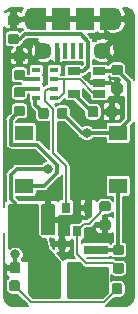
<source format=gbr>
G04 #@! TF.GenerationSoftware,KiCad,Pcbnew,(5.0.2)-1*
G04 #@! TF.CreationDate,2018-12-23T16:39:48-05:00*
G04 #@! TF.ProjectId,cardEmulator,63617264-456d-4756-9c61-746f722e6b69,rev?*
G04 #@! TF.SameCoordinates,Original*
G04 #@! TF.FileFunction,Copper,L1,Top*
G04 #@! TF.FilePolarity,Positive*
%FSLAX46Y46*%
G04 Gerber Fmt 4.6, Leading zero omitted, Abs format (unit mm)*
G04 Created by KiCad (PCBNEW (5.0.2)-1) date 12/23/2018 4:39:48 PM*
%MOMM*%
%LPD*%
G01*
G04 APERTURE LIST*
G04 #@! TA.AperFunction,SMDPad,CuDef*
%ADD10R,1.550000X1.300000*%
G04 #@! TD*
G04 #@! TA.AperFunction,SMDPad,CuDef*
%ADD11R,1.060000X0.650000*%
G04 #@! TD*
G04 #@! TA.AperFunction,SMDPad,CuDef*
%ADD12R,1.500000X1.900000*%
G04 #@! TD*
G04 #@! TA.AperFunction,ComponentPad*
%ADD13C,1.450000*%
G04 #@! TD*
G04 #@! TA.AperFunction,SMDPad,CuDef*
%ADD14R,0.400000X1.350000*%
G04 #@! TD*
G04 #@! TA.AperFunction,ComponentPad*
%ADD15O,1.200000X1.900000*%
G04 #@! TD*
G04 #@! TA.AperFunction,SMDPad,CuDef*
%ADD16R,1.200000X1.900000*%
G04 #@! TD*
G04 #@! TA.AperFunction,Conductor*
%ADD17C,0.100000*%
G04 #@! TD*
G04 #@! TA.AperFunction,SMDPad,CuDef*
%ADD18C,0.875000*%
G04 #@! TD*
G04 #@! TA.AperFunction,SMDPad,CuDef*
%ADD19C,1.250000*%
G04 #@! TD*
G04 #@! TA.AperFunction,SMDPad,CuDef*
%ADD20R,0.800000X0.900000*%
G04 #@! TD*
G04 #@! TA.AperFunction,SMDPad,CuDef*
%ADD21R,0.760000X0.430000*%
G04 #@! TD*
G04 #@! TA.AperFunction,SMDPad,CuDef*
%ADD22R,0.600000X0.450000*%
G04 #@! TD*
G04 #@! TA.AperFunction,SMDPad,CuDef*
%ADD23R,2.000000X0.800000*%
G04 #@! TD*
G04 #@! TA.AperFunction,ViaPad*
%ADD24C,0.800000*%
G04 #@! TD*
G04 #@! TA.AperFunction,Conductor*
%ADD25C,0.304800*%
G04 #@! TD*
G04 #@! TA.AperFunction,Conductor*
%ADD26C,0.203200*%
G04 #@! TD*
G04 #@! TA.AperFunction,Conductor*
%ADD27C,0.152400*%
G04 #@! TD*
G04 #@! TA.AperFunction,Conductor*
%ADD28C,0.254000*%
G04 #@! TD*
G04 APERTURE END LIST*
D10*
G04 #@! TO.P,SW1,2*
G04 #@! TO.N,+VSW*
X114427000Y-95914500D03*
G04 #@! TO.P,SW1,1*
G04 #@! TO.N,+BATT*
X114427000Y-91414500D03*
X122387000Y-91414500D03*
G04 #@! TO.P,SW1,2*
G04 #@! TO.N,+VSW*
X122387000Y-95914500D03*
G04 #@! TD*
D11*
G04 #@! TO.P,U2,1*
G04 #@! TO.N,/CHG_LED*
X120818000Y-88112500D03*
G04 #@! TO.P,U2,2*
G04 #@! TO.N,GND*
X120818000Y-87162500D03*
G04 #@! TO.P,U2,3*
G04 #@! TO.N,+BATT*
X120818000Y-86212500D03*
G04 #@! TO.P,U2,4*
G04 #@! TO.N,VBUS*
X118618000Y-86212500D03*
G04 #@! TO.P,U2,5*
G04 #@! TO.N,Net-(R1-Pad1)*
X118618000Y-88112500D03*
G04 #@! TD*
D12*
G04 #@! TO.P,J1,6*
G04 #@! TO.N,GND*
X117562000Y-81762500D03*
D13*
X121062000Y-84462500D03*
D14*
G04 #@! TO.P,J1,2*
G04 #@! TO.N,N/C*
X119212000Y-84462500D03*
G04 #@! TO.P,J1,1*
G04 #@! TO.N,VBUS*
X119862000Y-84462500D03*
G04 #@! TO.P,J1,5*
G04 #@! TO.N,GND*
X117262000Y-84462500D03*
G04 #@! TO.P,J1,4*
G04 #@! TO.N,N/C*
X117912000Y-84462500D03*
G04 #@! TO.P,J1,3*
X118562000Y-84462500D03*
D13*
G04 #@! TO.P,J1,6*
G04 #@! TO.N,GND*
X116062000Y-84462500D03*
D12*
X119562000Y-81762500D03*
D15*
X122062000Y-81762500D03*
X115062000Y-81762500D03*
D16*
X115662000Y-81762500D03*
X121462000Y-81762500D03*
G04 #@! TD*
D17*
G04 #@! TO.N,GND*
G04 #@! TO.C,C1*
G36*
X113815691Y-81453053D02*
X113836926Y-81456203D01*
X113857750Y-81461419D01*
X113877962Y-81468651D01*
X113897368Y-81477830D01*
X113915781Y-81488866D01*
X113933024Y-81501654D01*
X113948930Y-81516070D01*
X113963346Y-81531976D01*
X113976134Y-81549219D01*
X113987170Y-81567632D01*
X113996349Y-81587038D01*
X114003581Y-81607250D01*
X114008797Y-81628074D01*
X114011947Y-81649309D01*
X114013000Y-81670750D01*
X114013000Y-82108250D01*
X114011947Y-82129691D01*
X114008797Y-82150926D01*
X114003581Y-82171750D01*
X113996349Y-82191962D01*
X113987170Y-82211368D01*
X113976134Y-82229781D01*
X113963346Y-82247024D01*
X113948930Y-82262930D01*
X113933024Y-82277346D01*
X113915781Y-82290134D01*
X113897368Y-82301170D01*
X113877962Y-82310349D01*
X113857750Y-82317581D01*
X113836926Y-82322797D01*
X113815691Y-82325947D01*
X113794250Y-82327000D01*
X113281750Y-82327000D01*
X113260309Y-82325947D01*
X113239074Y-82322797D01*
X113218250Y-82317581D01*
X113198038Y-82310349D01*
X113178632Y-82301170D01*
X113160219Y-82290134D01*
X113142976Y-82277346D01*
X113127070Y-82262930D01*
X113112654Y-82247024D01*
X113099866Y-82229781D01*
X113088830Y-82211368D01*
X113079651Y-82191962D01*
X113072419Y-82171750D01*
X113067203Y-82150926D01*
X113064053Y-82129691D01*
X113063000Y-82108250D01*
X113063000Y-81670750D01*
X113064053Y-81649309D01*
X113067203Y-81628074D01*
X113072419Y-81607250D01*
X113079651Y-81587038D01*
X113088830Y-81567632D01*
X113099866Y-81549219D01*
X113112654Y-81531976D01*
X113127070Y-81516070D01*
X113142976Y-81501654D01*
X113160219Y-81488866D01*
X113178632Y-81477830D01*
X113198038Y-81468651D01*
X113218250Y-81461419D01*
X113239074Y-81456203D01*
X113260309Y-81453053D01*
X113281750Y-81452000D01*
X113794250Y-81452000D01*
X113815691Y-81453053D01*
X113815691Y-81453053D01*
G37*
D18*
G04 #@! TD*
G04 #@! TO.P,C1,2*
G04 #@! TO.N,GND*
X113538000Y-81889500D03*
D17*
G04 #@! TO.N,VBUS*
G04 #@! TO.C,C1*
G36*
X113815691Y-83028053D02*
X113836926Y-83031203D01*
X113857750Y-83036419D01*
X113877962Y-83043651D01*
X113897368Y-83052830D01*
X113915781Y-83063866D01*
X113933024Y-83076654D01*
X113948930Y-83091070D01*
X113963346Y-83106976D01*
X113976134Y-83124219D01*
X113987170Y-83142632D01*
X113996349Y-83162038D01*
X114003581Y-83182250D01*
X114008797Y-83203074D01*
X114011947Y-83224309D01*
X114013000Y-83245750D01*
X114013000Y-83683250D01*
X114011947Y-83704691D01*
X114008797Y-83725926D01*
X114003581Y-83746750D01*
X113996349Y-83766962D01*
X113987170Y-83786368D01*
X113976134Y-83804781D01*
X113963346Y-83822024D01*
X113948930Y-83837930D01*
X113933024Y-83852346D01*
X113915781Y-83865134D01*
X113897368Y-83876170D01*
X113877962Y-83885349D01*
X113857750Y-83892581D01*
X113836926Y-83897797D01*
X113815691Y-83900947D01*
X113794250Y-83902000D01*
X113281750Y-83902000D01*
X113260309Y-83900947D01*
X113239074Y-83897797D01*
X113218250Y-83892581D01*
X113198038Y-83885349D01*
X113178632Y-83876170D01*
X113160219Y-83865134D01*
X113142976Y-83852346D01*
X113127070Y-83837930D01*
X113112654Y-83822024D01*
X113099866Y-83804781D01*
X113088830Y-83786368D01*
X113079651Y-83766962D01*
X113072419Y-83746750D01*
X113067203Y-83725926D01*
X113064053Y-83704691D01*
X113063000Y-83683250D01*
X113063000Y-83245750D01*
X113064053Y-83224309D01*
X113067203Y-83203074D01*
X113072419Y-83182250D01*
X113079651Y-83162038D01*
X113088830Y-83142632D01*
X113099866Y-83124219D01*
X113112654Y-83106976D01*
X113127070Y-83091070D01*
X113142976Y-83076654D01*
X113160219Y-83063866D01*
X113178632Y-83052830D01*
X113198038Y-83043651D01*
X113218250Y-83036419D01*
X113239074Y-83031203D01*
X113260309Y-83028053D01*
X113281750Y-83027000D01*
X113794250Y-83027000D01*
X113815691Y-83028053D01*
X113815691Y-83028053D01*
G37*
D18*
G04 #@! TD*
G04 #@! TO.P,C1,1*
G04 #@! TO.N,VBUS*
X113538000Y-83464500D03*
D17*
G04 #@! TO.N,+5V*
G04 #@! TO.C,C2*
G36*
X115429191Y-103894553D02*
X115450426Y-103897703D01*
X115471250Y-103902919D01*
X115491462Y-103910151D01*
X115510868Y-103919330D01*
X115529281Y-103930366D01*
X115546524Y-103943154D01*
X115562430Y-103957570D01*
X115576846Y-103973476D01*
X115589634Y-103990719D01*
X115600670Y-104009132D01*
X115609849Y-104028538D01*
X115617081Y-104048750D01*
X115622297Y-104069574D01*
X115625447Y-104090809D01*
X115626500Y-104112250D01*
X115626500Y-104624750D01*
X115625447Y-104646191D01*
X115622297Y-104667426D01*
X115617081Y-104688250D01*
X115609849Y-104708462D01*
X115600670Y-104727868D01*
X115589634Y-104746281D01*
X115576846Y-104763524D01*
X115562430Y-104779430D01*
X115546524Y-104793846D01*
X115529281Y-104806634D01*
X115510868Y-104817670D01*
X115491462Y-104826849D01*
X115471250Y-104834081D01*
X115450426Y-104839297D01*
X115429191Y-104842447D01*
X115407750Y-104843500D01*
X114970250Y-104843500D01*
X114948809Y-104842447D01*
X114927574Y-104839297D01*
X114906750Y-104834081D01*
X114886538Y-104826849D01*
X114867132Y-104817670D01*
X114848719Y-104806634D01*
X114831476Y-104793846D01*
X114815570Y-104779430D01*
X114801154Y-104763524D01*
X114788366Y-104746281D01*
X114777330Y-104727868D01*
X114768151Y-104708462D01*
X114760919Y-104688250D01*
X114755703Y-104667426D01*
X114752553Y-104646191D01*
X114751500Y-104624750D01*
X114751500Y-104112250D01*
X114752553Y-104090809D01*
X114755703Y-104069574D01*
X114760919Y-104048750D01*
X114768151Y-104028538D01*
X114777330Y-104009132D01*
X114788366Y-103990719D01*
X114801154Y-103973476D01*
X114815570Y-103957570D01*
X114831476Y-103943154D01*
X114848719Y-103930366D01*
X114867132Y-103919330D01*
X114886538Y-103910151D01*
X114906750Y-103902919D01*
X114927574Y-103897703D01*
X114948809Y-103894553D01*
X114970250Y-103893500D01*
X115407750Y-103893500D01*
X115429191Y-103894553D01*
X115429191Y-103894553D01*
G37*
D18*
G04 #@! TD*
G04 #@! TO.P,C2,1*
G04 #@! TO.N,+5V*
X115189000Y-104368500D03*
D17*
G04 #@! TO.N,Net-(C2-Pad2)*
G04 #@! TO.C,C2*
G36*
X113854191Y-103894553D02*
X113875426Y-103897703D01*
X113896250Y-103902919D01*
X113916462Y-103910151D01*
X113935868Y-103919330D01*
X113954281Y-103930366D01*
X113971524Y-103943154D01*
X113987430Y-103957570D01*
X114001846Y-103973476D01*
X114014634Y-103990719D01*
X114025670Y-104009132D01*
X114034849Y-104028538D01*
X114042081Y-104048750D01*
X114047297Y-104069574D01*
X114050447Y-104090809D01*
X114051500Y-104112250D01*
X114051500Y-104624750D01*
X114050447Y-104646191D01*
X114047297Y-104667426D01*
X114042081Y-104688250D01*
X114034849Y-104708462D01*
X114025670Y-104727868D01*
X114014634Y-104746281D01*
X114001846Y-104763524D01*
X113987430Y-104779430D01*
X113971524Y-104793846D01*
X113954281Y-104806634D01*
X113935868Y-104817670D01*
X113916462Y-104826849D01*
X113896250Y-104834081D01*
X113875426Y-104839297D01*
X113854191Y-104842447D01*
X113832750Y-104843500D01*
X113395250Y-104843500D01*
X113373809Y-104842447D01*
X113352574Y-104839297D01*
X113331750Y-104834081D01*
X113311538Y-104826849D01*
X113292132Y-104817670D01*
X113273719Y-104806634D01*
X113256476Y-104793846D01*
X113240570Y-104779430D01*
X113226154Y-104763524D01*
X113213366Y-104746281D01*
X113202330Y-104727868D01*
X113193151Y-104708462D01*
X113185919Y-104688250D01*
X113180703Y-104667426D01*
X113177553Y-104646191D01*
X113176500Y-104624750D01*
X113176500Y-104112250D01*
X113177553Y-104090809D01*
X113180703Y-104069574D01*
X113185919Y-104048750D01*
X113193151Y-104028538D01*
X113202330Y-104009132D01*
X113213366Y-103990719D01*
X113226154Y-103973476D01*
X113240570Y-103957570D01*
X113256476Y-103943154D01*
X113273719Y-103930366D01*
X113292132Y-103919330D01*
X113311538Y-103910151D01*
X113331750Y-103902919D01*
X113352574Y-103897703D01*
X113373809Y-103894553D01*
X113395250Y-103893500D01*
X113832750Y-103893500D01*
X113854191Y-103894553D01*
X113854191Y-103894553D01*
G37*
D18*
G04 #@! TD*
G04 #@! TO.P,C2,2*
G04 #@! TO.N,Net-(C2-Pad2)*
X113614000Y-104368500D03*
D17*
G04 #@! TO.N,GND*
G04 #@! TO.C,C4*
G36*
X113905191Y-102370553D02*
X113926426Y-102373703D01*
X113947250Y-102378919D01*
X113967462Y-102386151D01*
X113986868Y-102395330D01*
X114005281Y-102406366D01*
X114022524Y-102419154D01*
X114038430Y-102433570D01*
X114052846Y-102449476D01*
X114065634Y-102466719D01*
X114076670Y-102485132D01*
X114085849Y-102504538D01*
X114093081Y-102524750D01*
X114098297Y-102545574D01*
X114101447Y-102566809D01*
X114102500Y-102588250D01*
X114102500Y-103100750D01*
X114101447Y-103122191D01*
X114098297Y-103143426D01*
X114093081Y-103164250D01*
X114085849Y-103184462D01*
X114076670Y-103203868D01*
X114065634Y-103222281D01*
X114052846Y-103239524D01*
X114038430Y-103255430D01*
X114022524Y-103269846D01*
X114005281Y-103282634D01*
X113986868Y-103293670D01*
X113967462Y-103302849D01*
X113947250Y-103310081D01*
X113926426Y-103315297D01*
X113905191Y-103318447D01*
X113883750Y-103319500D01*
X113446250Y-103319500D01*
X113424809Y-103318447D01*
X113403574Y-103315297D01*
X113382750Y-103310081D01*
X113362538Y-103302849D01*
X113343132Y-103293670D01*
X113324719Y-103282634D01*
X113307476Y-103269846D01*
X113291570Y-103255430D01*
X113277154Y-103239524D01*
X113264366Y-103222281D01*
X113253330Y-103203868D01*
X113244151Y-103184462D01*
X113236919Y-103164250D01*
X113231703Y-103143426D01*
X113228553Y-103122191D01*
X113227500Y-103100750D01*
X113227500Y-102588250D01*
X113228553Y-102566809D01*
X113231703Y-102545574D01*
X113236919Y-102524750D01*
X113244151Y-102504538D01*
X113253330Y-102485132D01*
X113264366Y-102466719D01*
X113277154Y-102449476D01*
X113291570Y-102433570D01*
X113307476Y-102419154D01*
X113324719Y-102406366D01*
X113343132Y-102395330D01*
X113362538Y-102386151D01*
X113382750Y-102378919D01*
X113403574Y-102373703D01*
X113424809Y-102370553D01*
X113446250Y-102369500D01*
X113883750Y-102369500D01*
X113905191Y-102370553D01*
X113905191Y-102370553D01*
G37*
D18*
G04 #@! TD*
G04 #@! TO.P,C4,2*
G04 #@! TO.N,GND*
X113665000Y-102844500D03*
D17*
G04 #@! TO.N,+5V*
G04 #@! TO.C,C4*
G36*
X115480191Y-102370553D02*
X115501426Y-102373703D01*
X115522250Y-102378919D01*
X115542462Y-102386151D01*
X115561868Y-102395330D01*
X115580281Y-102406366D01*
X115597524Y-102419154D01*
X115613430Y-102433570D01*
X115627846Y-102449476D01*
X115640634Y-102466719D01*
X115651670Y-102485132D01*
X115660849Y-102504538D01*
X115668081Y-102524750D01*
X115673297Y-102545574D01*
X115676447Y-102566809D01*
X115677500Y-102588250D01*
X115677500Y-103100750D01*
X115676447Y-103122191D01*
X115673297Y-103143426D01*
X115668081Y-103164250D01*
X115660849Y-103184462D01*
X115651670Y-103203868D01*
X115640634Y-103222281D01*
X115627846Y-103239524D01*
X115613430Y-103255430D01*
X115597524Y-103269846D01*
X115580281Y-103282634D01*
X115561868Y-103293670D01*
X115542462Y-103302849D01*
X115522250Y-103310081D01*
X115501426Y-103315297D01*
X115480191Y-103318447D01*
X115458750Y-103319500D01*
X115021250Y-103319500D01*
X114999809Y-103318447D01*
X114978574Y-103315297D01*
X114957750Y-103310081D01*
X114937538Y-103302849D01*
X114918132Y-103293670D01*
X114899719Y-103282634D01*
X114882476Y-103269846D01*
X114866570Y-103255430D01*
X114852154Y-103239524D01*
X114839366Y-103222281D01*
X114828330Y-103203868D01*
X114819151Y-103184462D01*
X114811919Y-103164250D01*
X114806703Y-103143426D01*
X114803553Y-103122191D01*
X114802500Y-103100750D01*
X114802500Y-102588250D01*
X114803553Y-102566809D01*
X114806703Y-102545574D01*
X114811919Y-102524750D01*
X114819151Y-102504538D01*
X114828330Y-102485132D01*
X114839366Y-102466719D01*
X114852154Y-102449476D01*
X114866570Y-102433570D01*
X114882476Y-102419154D01*
X114899719Y-102406366D01*
X114918132Y-102395330D01*
X114937538Y-102386151D01*
X114957750Y-102378919D01*
X114978574Y-102373703D01*
X114999809Y-102370553D01*
X115021250Y-102369500D01*
X115458750Y-102369500D01*
X115480191Y-102370553D01*
X115480191Y-102370553D01*
G37*
D18*
G04 #@! TD*
G04 #@! TO.P,C4,1*
G04 #@! TO.N,+5V*
X115240000Y-102844500D03*
D17*
G04 #@! TO.N,+BATT*
G04 #@! TO.C,C5*
G36*
X122578691Y-85644053D02*
X122599926Y-85647203D01*
X122620750Y-85652419D01*
X122640962Y-85659651D01*
X122660368Y-85668830D01*
X122678781Y-85679866D01*
X122696024Y-85692654D01*
X122711930Y-85707070D01*
X122726346Y-85722976D01*
X122739134Y-85740219D01*
X122750170Y-85758632D01*
X122759349Y-85778038D01*
X122766581Y-85798250D01*
X122771797Y-85819074D01*
X122774947Y-85840309D01*
X122776000Y-85861750D01*
X122776000Y-86299250D01*
X122774947Y-86320691D01*
X122771797Y-86341926D01*
X122766581Y-86362750D01*
X122759349Y-86382962D01*
X122750170Y-86402368D01*
X122739134Y-86420781D01*
X122726346Y-86438024D01*
X122711930Y-86453930D01*
X122696024Y-86468346D01*
X122678781Y-86481134D01*
X122660368Y-86492170D01*
X122640962Y-86501349D01*
X122620750Y-86508581D01*
X122599926Y-86513797D01*
X122578691Y-86516947D01*
X122557250Y-86518000D01*
X122044750Y-86518000D01*
X122023309Y-86516947D01*
X122002074Y-86513797D01*
X121981250Y-86508581D01*
X121961038Y-86501349D01*
X121941632Y-86492170D01*
X121923219Y-86481134D01*
X121905976Y-86468346D01*
X121890070Y-86453930D01*
X121875654Y-86438024D01*
X121862866Y-86420781D01*
X121851830Y-86402368D01*
X121842651Y-86382962D01*
X121835419Y-86362750D01*
X121830203Y-86341926D01*
X121827053Y-86320691D01*
X121826000Y-86299250D01*
X121826000Y-85861750D01*
X121827053Y-85840309D01*
X121830203Y-85819074D01*
X121835419Y-85798250D01*
X121842651Y-85778038D01*
X121851830Y-85758632D01*
X121862866Y-85740219D01*
X121875654Y-85722976D01*
X121890070Y-85707070D01*
X121905976Y-85692654D01*
X121923219Y-85679866D01*
X121941632Y-85668830D01*
X121961038Y-85659651D01*
X121981250Y-85652419D01*
X122002074Y-85647203D01*
X122023309Y-85644053D01*
X122044750Y-85643000D01*
X122557250Y-85643000D01*
X122578691Y-85644053D01*
X122578691Y-85644053D01*
G37*
D18*
G04 #@! TD*
G04 #@! TO.P,C5,1*
G04 #@! TO.N,+BATT*
X122301000Y-86080500D03*
D17*
G04 #@! TO.N,GND*
G04 #@! TO.C,C5*
G36*
X122578691Y-87219053D02*
X122599926Y-87222203D01*
X122620750Y-87227419D01*
X122640962Y-87234651D01*
X122660368Y-87243830D01*
X122678781Y-87254866D01*
X122696024Y-87267654D01*
X122711930Y-87282070D01*
X122726346Y-87297976D01*
X122739134Y-87315219D01*
X122750170Y-87333632D01*
X122759349Y-87353038D01*
X122766581Y-87373250D01*
X122771797Y-87394074D01*
X122774947Y-87415309D01*
X122776000Y-87436750D01*
X122776000Y-87874250D01*
X122774947Y-87895691D01*
X122771797Y-87916926D01*
X122766581Y-87937750D01*
X122759349Y-87957962D01*
X122750170Y-87977368D01*
X122739134Y-87995781D01*
X122726346Y-88013024D01*
X122711930Y-88028930D01*
X122696024Y-88043346D01*
X122678781Y-88056134D01*
X122660368Y-88067170D01*
X122640962Y-88076349D01*
X122620750Y-88083581D01*
X122599926Y-88088797D01*
X122578691Y-88091947D01*
X122557250Y-88093000D01*
X122044750Y-88093000D01*
X122023309Y-88091947D01*
X122002074Y-88088797D01*
X121981250Y-88083581D01*
X121961038Y-88076349D01*
X121941632Y-88067170D01*
X121923219Y-88056134D01*
X121905976Y-88043346D01*
X121890070Y-88028930D01*
X121875654Y-88013024D01*
X121862866Y-87995781D01*
X121851830Y-87977368D01*
X121842651Y-87957962D01*
X121835419Y-87937750D01*
X121830203Y-87916926D01*
X121827053Y-87895691D01*
X121826000Y-87874250D01*
X121826000Y-87436750D01*
X121827053Y-87415309D01*
X121830203Y-87394074D01*
X121835419Y-87373250D01*
X121842651Y-87353038D01*
X121851830Y-87333632D01*
X121862866Y-87315219D01*
X121875654Y-87297976D01*
X121890070Y-87282070D01*
X121905976Y-87267654D01*
X121923219Y-87254866D01*
X121941632Y-87243830D01*
X121961038Y-87234651D01*
X121981250Y-87227419D01*
X122002074Y-87222203D01*
X122023309Y-87219053D01*
X122044750Y-87218000D01*
X122557250Y-87218000D01*
X122578691Y-87219053D01*
X122578691Y-87219053D01*
G37*
D18*
G04 #@! TD*
G04 #@! TO.P,C5,2*
G04 #@! TO.N,GND*
X122301000Y-87655500D03*
D17*
G04 #@! TO.N,+5V*
G04 #@! TO.C,C7*
G36*
X114058504Y-97456704D02*
X114082773Y-97460304D01*
X114106571Y-97466265D01*
X114129671Y-97474530D01*
X114151849Y-97485020D01*
X114172893Y-97497633D01*
X114192598Y-97512247D01*
X114210777Y-97528723D01*
X114227253Y-97546902D01*
X114241867Y-97566607D01*
X114254480Y-97587651D01*
X114264970Y-97609829D01*
X114273235Y-97632929D01*
X114279196Y-97656727D01*
X114282796Y-97680996D01*
X114284000Y-97705500D01*
X114284000Y-99855500D01*
X114282796Y-99880004D01*
X114279196Y-99904273D01*
X114273235Y-99928071D01*
X114264970Y-99951171D01*
X114254480Y-99973349D01*
X114241867Y-99994393D01*
X114227253Y-100014098D01*
X114210777Y-100032277D01*
X114192598Y-100048753D01*
X114172893Y-100063367D01*
X114151849Y-100075980D01*
X114129671Y-100086470D01*
X114106571Y-100094735D01*
X114082773Y-100100696D01*
X114058504Y-100104296D01*
X114034000Y-100105500D01*
X113284000Y-100105500D01*
X113259496Y-100104296D01*
X113235227Y-100100696D01*
X113211429Y-100094735D01*
X113188329Y-100086470D01*
X113166151Y-100075980D01*
X113145107Y-100063367D01*
X113125402Y-100048753D01*
X113107223Y-100032277D01*
X113090747Y-100014098D01*
X113076133Y-99994393D01*
X113063520Y-99973349D01*
X113053030Y-99951171D01*
X113044765Y-99928071D01*
X113038804Y-99904273D01*
X113035204Y-99880004D01*
X113034000Y-99855500D01*
X113034000Y-97705500D01*
X113035204Y-97680996D01*
X113038804Y-97656727D01*
X113044765Y-97632929D01*
X113053030Y-97609829D01*
X113063520Y-97587651D01*
X113076133Y-97566607D01*
X113090747Y-97546902D01*
X113107223Y-97528723D01*
X113125402Y-97512247D01*
X113145107Y-97497633D01*
X113166151Y-97485020D01*
X113188329Y-97474530D01*
X113211429Y-97466265D01*
X113235227Y-97460304D01*
X113259496Y-97456704D01*
X113284000Y-97455500D01*
X114034000Y-97455500D01*
X114058504Y-97456704D01*
X114058504Y-97456704D01*
G37*
D19*
G04 #@! TD*
G04 #@! TO.P,C7,1*
G04 #@! TO.N,+5V*
X113659000Y-98780500D03*
D17*
G04 #@! TO.N,GND*
G04 #@! TO.C,C7*
G36*
X116858504Y-97456704D02*
X116882773Y-97460304D01*
X116906571Y-97466265D01*
X116929671Y-97474530D01*
X116951849Y-97485020D01*
X116972893Y-97497633D01*
X116992598Y-97512247D01*
X117010777Y-97528723D01*
X117027253Y-97546902D01*
X117041867Y-97566607D01*
X117054480Y-97587651D01*
X117064970Y-97609829D01*
X117073235Y-97632929D01*
X117079196Y-97656727D01*
X117082796Y-97680996D01*
X117084000Y-97705500D01*
X117084000Y-99855500D01*
X117082796Y-99880004D01*
X117079196Y-99904273D01*
X117073235Y-99928071D01*
X117064970Y-99951171D01*
X117054480Y-99973349D01*
X117041867Y-99994393D01*
X117027253Y-100014098D01*
X117010777Y-100032277D01*
X116992598Y-100048753D01*
X116972893Y-100063367D01*
X116951849Y-100075980D01*
X116929671Y-100086470D01*
X116906571Y-100094735D01*
X116882773Y-100100696D01*
X116858504Y-100104296D01*
X116834000Y-100105500D01*
X116084000Y-100105500D01*
X116059496Y-100104296D01*
X116035227Y-100100696D01*
X116011429Y-100094735D01*
X115988329Y-100086470D01*
X115966151Y-100075980D01*
X115945107Y-100063367D01*
X115925402Y-100048753D01*
X115907223Y-100032277D01*
X115890747Y-100014098D01*
X115876133Y-99994393D01*
X115863520Y-99973349D01*
X115853030Y-99951171D01*
X115844765Y-99928071D01*
X115838804Y-99904273D01*
X115835204Y-99880004D01*
X115834000Y-99855500D01*
X115834000Y-97705500D01*
X115835204Y-97680996D01*
X115838804Y-97656727D01*
X115844765Y-97632929D01*
X115853030Y-97609829D01*
X115863520Y-97587651D01*
X115876133Y-97566607D01*
X115890747Y-97546902D01*
X115907223Y-97528723D01*
X115925402Y-97512247D01*
X115945107Y-97497633D01*
X115966151Y-97485020D01*
X115988329Y-97474530D01*
X116011429Y-97466265D01*
X116035227Y-97460304D01*
X116059496Y-97456704D01*
X116084000Y-97455500D01*
X116834000Y-97455500D01*
X116858504Y-97456704D01*
X116858504Y-97456704D01*
G37*
D19*
G04 #@! TD*
G04 #@! TO.P,C7,2*
G04 #@! TO.N,GND*
X116459000Y-98780500D03*
D17*
G04 #@! TO.N,Net-(D1-Pad1)*
G04 #@! TO.C,D1*
G36*
X116318191Y-89289553D02*
X116339426Y-89292703D01*
X116360250Y-89297919D01*
X116380462Y-89305151D01*
X116399868Y-89314330D01*
X116418281Y-89325366D01*
X116435524Y-89338154D01*
X116451430Y-89352570D01*
X116465846Y-89368476D01*
X116478634Y-89385719D01*
X116489670Y-89404132D01*
X116498849Y-89423538D01*
X116506081Y-89443750D01*
X116511297Y-89464574D01*
X116514447Y-89485809D01*
X116515500Y-89507250D01*
X116515500Y-90019750D01*
X116514447Y-90041191D01*
X116511297Y-90062426D01*
X116506081Y-90083250D01*
X116498849Y-90103462D01*
X116489670Y-90122868D01*
X116478634Y-90141281D01*
X116465846Y-90158524D01*
X116451430Y-90174430D01*
X116435524Y-90188846D01*
X116418281Y-90201634D01*
X116399868Y-90212670D01*
X116380462Y-90221849D01*
X116360250Y-90229081D01*
X116339426Y-90234297D01*
X116318191Y-90237447D01*
X116296750Y-90238500D01*
X115859250Y-90238500D01*
X115837809Y-90237447D01*
X115816574Y-90234297D01*
X115795750Y-90229081D01*
X115775538Y-90221849D01*
X115756132Y-90212670D01*
X115737719Y-90201634D01*
X115720476Y-90188846D01*
X115704570Y-90174430D01*
X115690154Y-90158524D01*
X115677366Y-90141281D01*
X115666330Y-90122868D01*
X115657151Y-90103462D01*
X115649919Y-90083250D01*
X115644703Y-90062426D01*
X115641553Y-90041191D01*
X115640500Y-90019750D01*
X115640500Y-89507250D01*
X115641553Y-89485809D01*
X115644703Y-89464574D01*
X115649919Y-89443750D01*
X115657151Y-89423538D01*
X115666330Y-89404132D01*
X115677366Y-89385719D01*
X115690154Y-89368476D01*
X115704570Y-89352570D01*
X115720476Y-89338154D01*
X115737719Y-89325366D01*
X115756132Y-89314330D01*
X115775538Y-89305151D01*
X115795750Y-89297919D01*
X115816574Y-89292703D01*
X115837809Y-89289553D01*
X115859250Y-89288500D01*
X116296750Y-89288500D01*
X116318191Y-89289553D01*
X116318191Y-89289553D01*
G37*
D18*
G04 #@! TD*
G04 #@! TO.P,D1,1*
G04 #@! TO.N,Net-(D1-Pad1)*
X116078000Y-89763500D03*
D17*
G04 #@! TO.N,+BATT*
G04 #@! TO.C,D1*
G36*
X117893191Y-89289553D02*
X117914426Y-89292703D01*
X117935250Y-89297919D01*
X117955462Y-89305151D01*
X117974868Y-89314330D01*
X117993281Y-89325366D01*
X118010524Y-89338154D01*
X118026430Y-89352570D01*
X118040846Y-89368476D01*
X118053634Y-89385719D01*
X118064670Y-89404132D01*
X118073849Y-89423538D01*
X118081081Y-89443750D01*
X118086297Y-89464574D01*
X118089447Y-89485809D01*
X118090500Y-89507250D01*
X118090500Y-90019750D01*
X118089447Y-90041191D01*
X118086297Y-90062426D01*
X118081081Y-90083250D01*
X118073849Y-90103462D01*
X118064670Y-90122868D01*
X118053634Y-90141281D01*
X118040846Y-90158524D01*
X118026430Y-90174430D01*
X118010524Y-90188846D01*
X117993281Y-90201634D01*
X117974868Y-90212670D01*
X117955462Y-90221849D01*
X117935250Y-90229081D01*
X117914426Y-90234297D01*
X117893191Y-90237447D01*
X117871750Y-90238500D01*
X117434250Y-90238500D01*
X117412809Y-90237447D01*
X117391574Y-90234297D01*
X117370750Y-90229081D01*
X117350538Y-90221849D01*
X117331132Y-90212670D01*
X117312719Y-90201634D01*
X117295476Y-90188846D01*
X117279570Y-90174430D01*
X117265154Y-90158524D01*
X117252366Y-90141281D01*
X117241330Y-90122868D01*
X117232151Y-90103462D01*
X117224919Y-90083250D01*
X117219703Y-90062426D01*
X117216553Y-90041191D01*
X117215500Y-90019750D01*
X117215500Y-89507250D01*
X117216553Y-89485809D01*
X117219703Y-89464574D01*
X117224919Y-89443750D01*
X117232151Y-89423538D01*
X117241330Y-89404132D01*
X117252366Y-89385719D01*
X117265154Y-89368476D01*
X117279570Y-89352570D01*
X117295476Y-89338154D01*
X117312719Y-89325366D01*
X117331132Y-89314330D01*
X117350538Y-89305151D01*
X117370750Y-89297919D01*
X117391574Y-89292703D01*
X117412809Y-89289553D01*
X117434250Y-89288500D01*
X117871750Y-89288500D01*
X117893191Y-89289553D01*
X117893191Y-89289553D01*
G37*
D18*
G04 #@! TD*
G04 #@! TO.P,D1,2*
G04 #@! TO.N,+BATT*
X117653000Y-89763500D03*
D17*
G04 #@! TO.N,Net-(D2-Pad2)*
G04 #@! TO.C,D2*
G36*
X114323691Y-86076053D02*
X114344926Y-86079203D01*
X114365750Y-86084419D01*
X114385962Y-86091651D01*
X114405368Y-86100830D01*
X114423781Y-86111866D01*
X114441024Y-86124654D01*
X114456930Y-86139070D01*
X114471346Y-86154976D01*
X114484134Y-86172219D01*
X114495170Y-86190632D01*
X114504349Y-86210038D01*
X114511581Y-86230250D01*
X114516797Y-86251074D01*
X114519947Y-86272309D01*
X114521000Y-86293750D01*
X114521000Y-86731250D01*
X114519947Y-86752691D01*
X114516797Y-86773926D01*
X114511581Y-86794750D01*
X114504349Y-86814962D01*
X114495170Y-86834368D01*
X114484134Y-86852781D01*
X114471346Y-86870024D01*
X114456930Y-86885930D01*
X114441024Y-86900346D01*
X114423781Y-86913134D01*
X114405368Y-86924170D01*
X114385962Y-86933349D01*
X114365750Y-86940581D01*
X114344926Y-86945797D01*
X114323691Y-86948947D01*
X114302250Y-86950000D01*
X113789750Y-86950000D01*
X113768309Y-86948947D01*
X113747074Y-86945797D01*
X113726250Y-86940581D01*
X113706038Y-86933349D01*
X113686632Y-86924170D01*
X113668219Y-86913134D01*
X113650976Y-86900346D01*
X113635070Y-86885930D01*
X113620654Y-86870024D01*
X113607866Y-86852781D01*
X113596830Y-86834368D01*
X113587651Y-86814962D01*
X113580419Y-86794750D01*
X113575203Y-86773926D01*
X113572053Y-86752691D01*
X113571000Y-86731250D01*
X113571000Y-86293750D01*
X113572053Y-86272309D01*
X113575203Y-86251074D01*
X113580419Y-86230250D01*
X113587651Y-86210038D01*
X113596830Y-86190632D01*
X113607866Y-86172219D01*
X113620654Y-86154976D01*
X113635070Y-86139070D01*
X113650976Y-86124654D01*
X113668219Y-86111866D01*
X113686632Y-86100830D01*
X113706038Y-86091651D01*
X113726250Y-86084419D01*
X113747074Y-86079203D01*
X113768309Y-86076053D01*
X113789750Y-86075000D01*
X114302250Y-86075000D01*
X114323691Y-86076053D01*
X114323691Y-86076053D01*
G37*
D18*
G04 #@! TD*
G04 #@! TO.P,D2,2*
G04 #@! TO.N,Net-(D2-Pad2)*
X114046000Y-86512500D03*
D17*
G04 #@! TO.N,GND*
G04 #@! TO.C,D2*
G36*
X114323691Y-84501053D02*
X114344926Y-84504203D01*
X114365750Y-84509419D01*
X114385962Y-84516651D01*
X114405368Y-84525830D01*
X114423781Y-84536866D01*
X114441024Y-84549654D01*
X114456930Y-84564070D01*
X114471346Y-84579976D01*
X114484134Y-84597219D01*
X114495170Y-84615632D01*
X114504349Y-84635038D01*
X114511581Y-84655250D01*
X114516797Y-84676074D01*
X114519947Y-84697309D01*
X114521000Y-84718750D01*
X114521000Y-85156250D01*
X114519947Y-85177691D01*
X114516797Y-85198926D01*
X114511581Y-85219750D01*
X114504349Y-85239962D01*
X114495170Y-85259368D01*
X114484134Y-85277781D01*
X114471346Y-85295024D01*
X114456930Y-85310930D01*
X114441024Y-85325346D01*
X114423781Y-85338134D01*
X114405368Y-85349170D01*
X114385962Y-85358349D01*
X114365750Y-85365581D01*
X114344926Y-85370797D01*
X114323691Y-85373947D01*
X114302250Y-85375000D01*
X113789750Y-85375000D01*
X113768309Y-85373947D01*
X113747074Y-85370797D01*
X113726250Y-85365581D01*
X113706038Y-85358349D01*
X113686632Y-85349170D01*
X113668219Y-85338134D01*
X113650976Y-85325346D01*
X113635070Y-85310930D01*
X113620654Y-85295024D01*
X113607866Y-85277781D01*
X113596830Y-85259368D01*
X113587651Y-85239962D01*
X113580419Y-85219750D01*
X113575203Y-85198926D01*
X113572053Y-85177691D01*
X113571000Y-85156250D01*
X113571000Y-84718750D01*
X113572053Y-84697309D01*
X113575203Y-84676074D01*
X113580419Y-84655250D01*
X113587651Y-84635038D01*
X113596830Y-84615632D01*
X113607866Y-84597219D01*
X113620654Y-84579976D01*
X113635070Y-84564070D01*
X113650976Y-84549654D01*
X113668219Y-84536866D01*
X113686632Y-84525830D01*
X113706038Y-84516651D01*
X113726250Y-84509419D01*
X113747074Y-84504203D01*
X113768309Y-84501053D01*
X113789750Y-84500000D01*
X114302250Y-84500000D01*
X114323691Y-84501053D01*
X114323691Y-84501053D01*
G37*
D18*
G04 #@! TD*
G04 #@! TO.P,D2,1*
G04 #@! TO.N,GND*
X114046000Y-84937500D03*
D17*
G04 #@! TO.N,Net-(D3-Pad1)*
G04 #@! TO.C,D3*
G36*
X114323691Y-87549053D02*
X114344926Y-87552203D01*
X114365750Y-87557419D01*
X114385962Y-87564651D01*
X114405368Y-87573830D01*
X114423781Y-87584866D01*
X114441024Y-87597654D01*
X114456930Y-87612070D01*
X114471346Y-87627976D01*
X114484134Y-87645219D01*
X114495170Y-87663632D01*
X114504349Y-87683038D01*
X114511581Y-87703250D01*
X114516797Y-87724074D01*
X114519947Y-87745309D01*
X114521000Y-87766750D01*
X114521000Y-88204250D01*
X114519947Y-88225691D01*
X114516797Y-88246926D01*
X114511581Y-88267750D01*
X114504349Y-88287962D01*
X114495170Y-88307368D01*
X114484134Y-88325781D01*
X114471346Y-88343024D01*
X114456930Y-88358930D01*
X114441024Y-88373346D01*
X114423781Y-88386134D01*
X114405368Y-88397170D01*
X114385962Y-88406349D01*
X114365750Y-88413581D01*
X114344926Y-88418797D01*
X114323691Y-88421947D01*
X114302250Y-88423000D01*
X113789750Y-88423000D01*
X113768309Y-88421947D01*
X113747074Y-88418797D01*
X113726250Y-88413581D01*
X113706038Y-88406349D01*
X113686632Y-88397170D01*
X113668219Y-88386134D01*
X113650976Y-88373346D01*
X113635070Y-88358930D01*
X113620654Y-88343024D01*
X113607866Y-88325781D01*
X113596830Y-88307368D01*
X113587651Y-88287962D01*
X113580419Y-88267750D01*
X113575203Y-88246926D01*
X113572053Y-88225691D01*
X113571000Y-88204250D01*
X113571000Y-87766750D01*
X113572053Y-87745309D01*
X113575203Y-87724074D01*
X113580419Y-87703250D01*
X113587651Y-87683038D01*
X113596830Y-87663632D01*
X113607866Y-87645219D01*
X113620654Y-87627976D01*
X113635070Y-87612070D01*
X113650976Y-87597654D01*
X113668219Y-87584866D01*
X113686632Y-87573830D01*
X113706038Y-87564651D01*
X113726250Y-87557419D01*
X113747074Y-87552203D01*
X113768309Y-87549053D01*
X113789750Y-87548000D01*
X114302250Y-87548000D01*
X114323691Y-87549053D01*
X114323691Y-87549053D01*
G37*
D18*
G04 #@! TD*
G04 #@! TO.P,D3,1*
G04 #@! TO.N,Net-(D3-Pad1)*
X114046000Y-87985500D03*
D17*
G04 #@! TO.N,+VSW*
G04 #@! TO.C,D3*
G36*
X114323691Y-89124053D02*
X114344926Y-89127203D01*
X114365750Y-89132419D01*
X114385962Y-89139651D01*
X114405368Y-89148830D01*
X114423781Y-89159866D01*
X114441024Y-89172654D01*
X114456930Y-89187070D01*
X114471346Y-89202976D01*
X114484134Y-89220219D01*
X114495170Y-89238632D01*
X114504349Y-89258038D01*
X114511581Y-89278250D01*
X114516797Y-89299074D01*
X114519947Y-89320309D01*
X114521000Y-89341750D01*
X114521000Y-89779250D01*
X114519947Y-89800691D01*
X114516797Y-89821926D01*
X114511581Y-89842750D01*
X114504349Y-89862962D01*
X114495170Y-89882368D01*
X114484134Y-89900781D01*
X114471346Y-89918024D01*
X114456930Y-89933930D01*
X114441024Y-89948346D01*
X114423781Y-89961134D01*
X114405368Y-89972170D01*
X114385962Y-89981349D01*
X114365750Y-89988581D01*
X114344926Y-89993797D01*
X114323691Y-89996947D01*
X114302250Y-89998000D01*
X113789750Y-89998000D01*
X113768309Y-89996947D01*
X113747074Y-89993797D01*
X113726250Y-89988581D01*
X113706038Y-89981349D01*
X113686632Y-89972170D01*
X113668219Y-89961134D01*
X113650976Y-89948346D01*
X113635070Y-89933930D01*
X113620654Y-89918024D01*
X113607866Y-89900781D01*
X113596830Y-89882368D01*
X113587651Y-89862962D01*
X113580419Y-89842750D01*
X113575203Y-89821926D01*
X113572053Y-89800691D01*
X113571000Y-89779250D01*
X113571000Y-89341750D01*
X113572053Y-89320309D01*
X113575203Y-89299074D01*
X113580419Y-89278250D01*
X113587651Y-89258038D01*
X113596830Y-89238632D01*
X113607866Y-89220219D01*
X113620654Y-89202976D01*
X113635070Y-89187070D01*
X113650976Y-89172654D01*
X113668219Y-89159866D01*
X113686632Y-89148830D01*
X113706038Y-89139651D01*
X113726250Y-89132419D01*
X113747074Y-89127203D01*
X113768309Y-89124053D01*
X113789750Y-89123000D01*
X114302250Y-89123000D01*
X114323691Y-89124053D01*
X114323691Y-89124053D01*
G37*
D18*
G04 #@! TD*
G04 #@! TO.P,D3,2*
G04 #@! TO.N,+VSW*
X114046000Y-89560500D03*
D17*
G04 #@! TO.N,Net-(R1-Pad1)*
G04 #@! TO.C,R1*
G36*
X120509191Y-89162553D02*
X120530426Y-89165703D01*
X120551250Y-89170919D01*
X120571462Y-89178151D01*
X120590868Y-89187330D01*
X120609281Y-89198366D01*
X120626524Y-89211154D01*
X120642430Y-89225570D01*
X120656846Y-89241476D01*
X120669634Y-89258719D01*
X120680670Y-89277132D01*
X120689849Y-89296538D01*
X120697081Y-89316750D01*
X120702297Y-89337574D01*
X120705447Y-89358809D01*
X120706500Y-89380250D01*
X120706500Y-89892750D01*
X120705447Y-89914191D01*
X120702297Y-89935426D01*
X120697081Y-89956250D01*
X120689849Y-89976462D01*
X120680670Y-89995868D01*
X120669634Y-90014281D01*
X120656846Y-90031524D01*
X120642430Y-90047430D01*
X120626524Y-90061846D01*
X120609281Y-90074634D01*
X120590868Y-90085670D01*
X120571462Y-90094849D01*
X120551250Y-90102081D01*
X120530426Y-90107297D01*
X120509191Y-90110447D01*
X120487750Y-90111500D01*
X120050250Y-90111500D01*
X120028809Y-90110447D01*
X120007574Y-90107297D01*
X119986750Y-90102081D01*
X119966538Y-90094849D01*
X119947132Y-90085670D01*
X119928719Y-90074634D01*
X119911476Y-90061846D01*
X119895570Y-90047430D01*
X119881154Y-90031524D01*
X119868366Y-90014281D01*
X119857330Y-89995868D01*
X119848151Y-89976462D01*
X119840919Y-89956250D01*
X119835703Y-89935426D01*
X119832553Y-89914191D01*
X119831500Y-89892750D01*
X119831500Y-89380250D01*
X119832553Y-89358809D01*
X119835703Y-89337574D01*
X119840919Y-89316750D01*
X119848151Y-89296538D01*
X119857330Y-89277132D01*
X119868366Y-89258719D01*
X119881154Y-89241476D01*
X119895570Y-89225570D01*
X119911476Y-89211154D01*
X119928719Y-89198366D01*
X119947132Y-89187330D01*
X119966538Y-89178151D01*
X119986750Y-89170919D01*
X120007574Y-89165703D01*
X120028809Y-89162553D01*
X120050250Y-89161500D01*
X120487750Y-89161500D01*
X120509191Y-89162553D01*
X120509191Y-89162553D01*
G37*
D18*
G04 #@! TD*
G04 #@! TO.P,R1,1*
G04 #@! TO.N,Net-(R1-Pad1)*
X120269000Y-89636500D03*
D17*
G04 #@! TO.N,GND*
G04 #@! TO.C,R1*
G36*
X122084191Y-89162553D02*
X122105426Y-89165703D01*
X122126250Y-89170919D01*
X122146462Y-89178151D01*
X122165868Y-89187330D01*
X122184281Y-89198366D01*
X122201524Y-89211154D01*
X122217430Y-89225570D01*
X122231846Y-89241476D01*
X122244634Y-89258719D01*
X122255670Y-89277132D01*
X122264849Y-89296538D01*
X122272081Y-89316750D01*
X122277297Y-89337574D01*
X122280447Y-89358809D01*
X122281500Y-89380250D01*
X122281500Y-89892750D01*
X122280447Y-89914191D01*
X122277297Y-89935426D01*
X122272081Y-89956250D01*
X122264849Y-89976462D01*
X122255670Y-89995868D01*
X122244634Y-90014281D01*
X122231846Y-90031524D01*
X122217430Y-90047430D01*
X122201524Y-90061846D01*
X122184281Y-90074634D01*
X122165868Y-90085670D01*
X122146462Y-90094849D01*
X122126250Y-90102081D01*
X122105426Y-90107297D01*
X122084191Y-90110447D01*
X122062750Y-90111500D01*
X121625250Y-90111500D01*
X121603809Y-90110447D01*
X121582574Y-90107297D01*
X121561750Y-90102081D01*
X121541538Y-90094849D01*
X121522132Y-90085670D01*
X121503719Y-90074634D01*
X121486476Y-90061846D01*
X121470570Y-90047430D01*
X121456154Y-90031524D01*
X121443366Y-90014281D01*
X121432330Y-89995868D01*
X121423151Y-89976462D01*
X121415919Y-89956250D01*
X121410703Y-89935426D01*
X121407553Y-89914191D01*
X121406500Y-89892750D01*
X121406500Y-89380250D01*
X121407553Y-89358809D01*
X121410703Y-89337574D01*
X121415919Y-89316750D01*
X121423151Y-89296538D01*
X121432330Y-89277132D01*
X121443366Y-89258719D01*
X121456154Y-89241476D01*
X121470570Y-89225570D01*
X121486476Y-89211154D01*
X121503719Y-89198366D01*
X121522132Y-89187330D01*
X121541538Y-89178151D01*
X121561750Y-89170919D01*
X121582574Y-89165703D01*
X121603809Y-89162553D01*
X121625250Y-89161500D01*
X122062750Y-89161500D01*
X122084191Y-89162553D01*
X122084191Y-89162553D01*
G37*
D18*
G04 #@! TD*
G04 #@! TO.P,R1,2*
G04 #@! TO.N,GND*
X121844000Y-89636500D03*
D17*
G04 #@! TO.N,Net-(C2-Pad2)*
G04 #@! TO.C,R2*
G36*
X122541191Y-104148553D02*
X122562426Y-104151703D01*
X122583250Y-104156919D01*
X122603462Y-104164151D01*
X122622868Y-104173330D01*
X122641281Y-104184366D01*
X122658524Y-104197154D01*
X122674430Y-104211570D01*
X122688846Y-104227476D01*
X122701634Y-104244719D01*
X122712670Y-104263132D01*
X122721849Y-104282538D01*
X122729081Y-104302750D01*
X122734297Y-104323574D01*
X122737447Y-104344809D01*
X122738500Y-104366250D01*
X122738500Y-104878750D01*
X122737447Y-104900191D01*
X122734297Y-104921426D01*
X122729081Y-104942250D01*
X122721849Y-104962462D01*
X122712670Y-104981868D01*
X122701634Y-105000281D01*
X122688846Y-105017524D01*
X122674430Y-105033430D01*
X122658524Y-105047846D01*
X122641281Y-105060634D01*
X122622868Y-105071670D01*
X122603462Y-105080849D01*
X122583250Y-105088081D01*
X122562426Y-105093297D01*
X122541191Y-105096447D01*
X122519750Y-105097500D01*
X122082250Y-105097500D01*
X122060809Y-105096447D01*
X122039574Y-105093297D01*
X122018750Y-105088081D01*
X121998538Y-105080849D01*
X121979132Y-105071670D01*
X121960719Y-105060634D01*
X121943476Y-105047846D01*
X121927570Y-105033430D01*
X121913154Y-105017524D01*
X121900366Y-105000281D01*
X121889330Y-104981868D01*
X121880151Y-104962462D01*
X121872919Y-104942250D01*
X121867703Y-104921426D01*
X121864553Y-104900191D01*
X121863500Y-104878750D01*
X121863500Y-104366250D01*
X121864553Y-104344809D01*
X121867703Y-104323574D01*
X121872919Y-104302750D01*
X121880151Y-104282538D01*
X121889330Y-104263132D01*
X121900366Y-104244719D01*
X121913154Y-104227476D01*
X121927570Y-104211570D01*
X121943476Y-104197154D01*
X121960719Y-104184366D01*
X121979132Y-104173330D01*
X121998538Y-104164151D01*
X122018750Y-104156919D01*
X122039574Y-104151703D01*
X122060809Y-104148553D01*
X122082250Y-104147500D01*
X122519750Y-104147500D01*
X122541191Y-104148553D01*
X122541191Y-104148553D01*
G37*
D18*
G04 #@! TD*
G04 #@! TO.P,R2,1*
G04 #@! TO.N,Net-(C2-Pad2)*
X122301000Y-104622500D03*
D17*
G04 #@! TO.N,Net-(D4-Pad2)*
G04 #@! TO.C,R2*
G36*
X120966191Y-104148553D02*
X120987426Y-104151703D01*
X121008250Y-104156919D01*
X121028462Y-104164151D01*
X121047868Y-104173330D01*
X121066281Y-104184366D01*
X121083524Y-104197154D01*
X121099430Y-104211570D01*
X121113846Y-104227476D01*
X121126634Y-104244719D01*
X121137670Y-104263132D01*
X121146849Y-104282538D01*
X121154081Y-104302750D01*
X121159297Y-104323574D01*
X121162447Y-104344809D01*
X121163500Y-104366250D01*
X121163500Y-104878750D01*
X121162447Y-104900191D01*
X121159297Y-104921426D01*
X121154081Y-104942250D01*
X121146849Y-104962462D01*
X121137670Y-104981868D01*
X121126634Y-105000281D01*
X121113846Y-105017524D01*
X121099430Y-105033430D01*
X121083524Y-105047846D01*
X121066281Y-105060634D01*
X121047868Y-105071670D01*
X121028462Y-105080849D01*
X121008250Y-105088081D01*
X120987426Y-105093297D01*
X120966191Y-105096447D01*
X120944750Y-105097500D01*
X120507250Y-105097500D01*
X120485809Y-105096447D01*
X120464574Y-105093297D01*
X120443750Y-105088081D01*
X120423538Y-105080849D01*
X120404132Y-105071670D01*
X120385719Y-105060634D01*
X120368476Y-105047846D01*
X120352570Y-105033430D01*
X120338154Y-105017524D01*
X120325366Y-105000281D01*
X120314330Y-104981868D01*
X120305151Y-104962462D01*
X120297919Y-104942250D01*
X120292703Y-104921426D01*
X120289553Y-104900191D01*
X120288500Y-104878750D01*
X120288500Y-104366250D01*
X120289553Y-104344809D01*
X120292703Y-104323574D01*
X120297919Y-104302750D01*
X120305151Y-104282538D01*
X120314330Y-104263132D01*
X120325366Y-104244719D01*
X120338154Y-104227476D01*
X120352570Y-104211570D01*
X120368476Y-104197154D01*
X120385719Y-104184366D01*
X120404132Y-104173330D01*
X120423538Y-104164151D01*
X120443750Y-104156919D01*
X120464574Y-104151703D01*
X120485809Y-104148553D01*
X120507250Y-104147500D01*
X120944750Y-104147500D01*
X120966191Y-104148553D01*
X120966191Y-104148553D01*
G37*
D18*
G04 #@! TD*
G04 #@! TO.P,R2,2*
G04 #@! TO.N,Net-(D4-Pad2)*
X120726000Y-104622500D03*
D17*
G04 #@! TO.N,Net-(R4-Pad1)*
G04 #@! TO.C,R4*
G36*
X121562691Y-97201053D02*
X121583926Y-97204203D01*
X121604750Y-97209419D01*
X121624962Y-97216651D01*
X121644368Y-97225830D01*
X121662781Y-97236866D01*
X121680024Y-97249654D01*
X121695930Y-97264070D01*
X121710346Y-97279976D01*
X121723134Y-97297219D01*
X121734170Y-97315632D01*
X121743349Y-97335038D01*
X121750581Y-97355250D01*
X121755797Y-97376074D01*
X121758947Y-97397309D01*
X121760000Y-97418750D01*
X121760000Y-97856250D01*
X121758947Y-97877691D01*
X121755797Y-97898926D01*
X121750581Y-97919750D01*
X121743349Y-97939962D01*
X121734170Y-97959368D01*
X121723134Y-97977781D01*
X121710346Y-97995024D01*
X121695930Y-98010930D01*
X121680024Y-98025346D01*
X121662781Y-98038134D01*
X121644368Y-98049170D01*
X121624962Y-98058349D01*
X121604750Y-98065581D01*
X121583926Y-98070797D01*
X121562691Y-98073947D01*
X121541250Y-98075000D01*
X121028750Y-98075000D01*
X121007309Y-98073947D01*
X120986074Y-98070797D01*
X120965250Y-98065581D01*
X120945038Y-98058349D01*
X120925632Y-98049170D01*
X120907219Y-98038134D01*
X120889976Y-98025346D01*
X120874070Y-98010930D01*
X120859654Y-97995024D01*
X120846866Y-97977781D01*
X120835830Y-97959368D01*
X120826651Y-97939962D01*
X120819419Y-97919750D01*
X120814203Y-97898926D01*
X120811053Y-97877691D01*
X120810000Y-97856250D01*
X120810000Y-97418750D01*
X120811053Y-97397309D01*
X120814203Y-97376074D01*
X120819419Y-97355250D01*
X120826651Y-97335038D01*
X120835830Y-97315632D01*
X120846866Y-97297219D01*
X120859654Y-97279976D01*
X120874070Y-97264070D01*
X120889976Y-97249654D01*
X120907219Y-97236866D01*
X120925632Y-97225830D01*
X120945038Y-97216651D01*
X120965250Y-97209419D01*
X120986074Y-97204203D01*
X121007309Y-97201053D01*
X121028750Y-97200000D01*
X121541250Y-97200000D01*
X121562691Y-97201053D01*
X121562691Y-97201053D01*
G37*
D18*
G04 #@! TD*
G04 #@! TO.P,R4,1*
G04 #@! TO.N,Net-(R4-Pad1)*
X121285000Y-97637500D03*
D17*
G04 #@! TO.N,GND*
G04 #@! TO.C,R4*
G36*
X121562691Y-98776053D02*
X121583926Y-98779203D01*
X121604750Y-98784419D01*
X121624962Y-98791651D01*
X121644368Y-98800830D01*
X121662781Y-98811866D01*
X121680024Y-98824654D01*
X121695930Y-98839070D01*
X121710346Y-98854976D01*
X121723134Y-98872219D01*
X121734170Y-98890632D01*
X121743349Y-98910038D01*
X121750581Y-98930250D01*
X121755797Y-98951074D01*
X121758947Y-98972309D01*
X121760000Y-98993750D01*
X121760000Y-99431250D01*
X121758947Y-99452691D01*
X121755797Y-99473926D01*
X121750581Y-99494750D01*
X121743349Y-99514962D01*
X121734170Y-99534368D01*
X121723134Y-99552781D01*
X121710346Y-99570024D01*
X121695930Y-99585930D01*
X121680024Y-99600346D01*
X121662781Y-99613134D01*
X121644368Y-99624170D01*
X121624962Y-99633349D01*
X121604750Y-99640581D01*
X121583926Y-99645797D01*
X121562691Y-99648947D01*
X121541250Y-99650000D01*
X121028750Y-99650000D01*
X121007309Y-99648947D01*
X120986074Y-99645797D01*
X120965250Y-99640581D01*
X120945038Y-99633349D01*
X120925632Y-99624170D01*
X120907219Y-99613134D01*
X120889976Y-99600346D01*
X120874070Y-99585930D01*
X120859654Y-99570024D01*
X120846866Y-99552781D01*
X120835830Y-99534368D01*
X120826651Y-99514962D01*
X120819419Y-99494750D01*
X120814203Y-99473926D01*
X120811053Y-99452691D01*
X120810000Y-99431250D01*
X120810000Y-98993750D01*
X120811053Y-98972309D01*
X120814203Y-98951074D01*
X120819419Y-98930250D01*
X120826651Y-98910038D01*
X120835830Y-98890632D01*
X120846866Y-98872219D01*
X120859654Y-98854976D01*
X120874070Y-98839070D01*
X120889976Y-98824654D01*
X120907219Y-98811866D01*
X120925632Y-98800830D01*
X120945038Y-98791651D01*
X120965250Y-98784419D01*
X120986074Y-98779203D01*
X121007309Y-98776053D01*
X121028750Y-98775000D01*
X121541250Y-98775000D01*
X121562691Y-98776053D01*
X121562691Y-98776053D01*
G37*
D18*
G04 #@! TD*
G04 #@! TO.P,R4,2*
G04 #@! TO.N,GND*
X121285000Y-99212500D03*
D17*
G04 #@! TO.N,Net-(R4-Pad1)*
G04 #@! TO.C,R7*
G36*
X122705691Y-102459053D02*
X122726926Y-102462203D01*
X122747750Y-102467419D01*
X122767962Y-102474651D01*
X122787368Y-102483830D01*
X122805781Y-102494866D01*
X122823024Y-102507654D01*
X122838930Y-102522070D01*
X122853346Y-102537976D01*
X122866134Y-102555219D01*
X122877170Y-102573632D01*
X122886349Y-102593038D01*
X122893581Y-102613250D01*
X122898797Y-102634074D01*
X122901947Y-102655309D01*
X122903000Y-102676750D01*
X122903000Y-103114250D01*
X122901947Y-103135691D01*
X122898797Y-103156926D01*
X122893581Y-103177750D01*
X122886349Y-103197962D01*
X122877170Y-103217368D01*
X122866134Y-103235781D01*
X122853346Y-103253024D01*
X122838930Y-103268930D01*
X122823024Y-103283346D01*
X122805781Y-103296134D01*
X122787368Y-103307170D01*
X122767962Y-103316349D01*
X122747750Y-103323581D01*
X122726926Y-103328797D01*
X122705691Y-103331947D01*
X122684250Y-103333000D01*
X122171750Y-103333000D01*
X122150309Y-103331947D01*
X122129074Y-103328797D01*
X122108250Y-103323581D01*
X122088038Y-103316349D01*
X122068632Y-103307170D01*
X122050219Y-103296134D01*
X122032976Y-103283346D01*
X122017070Y-103268930D01*
X122002654Y-103253024D01*
X121989866Y-103235781D01*
X121978830Y-103217368D01*
X121969651Y-103197962D01*
X121962419Y-103177750D01*
X121957203Y-103156926D01*
X121954053Y-103135691D01*
X121953000Y-103114250D01*
X121953000Y-102676750D01*
X121954053Y-102655309D01*
X121957203Y-102634074D01*
X121962419Y-102613250D01*
X121969651Y-102593038D01*
X121978830Y-102573632D01*
X121989866Y-102555219D01*
X122002654Y-102537976D01*
X122017070Y-102522070D01*
X122032976Y-102507654D01*
X122050219Y-102494866D01*
X122068632Y-102483830D01*
X122088038Y-102474651D01*
X122108250Y-102467419D01*
X122129074Y-102462203D01*
X122150309Y-102459053D01*
X122171750Y-102458000D01*
X122684250Y-102458000D01*
X122705691Y-102459053D01*
X122705691Y-102459053D01*
G37*
D18*
G04 #@! TD*
G04 #@! TO.P,R7,2*
G04 #@! TO.N,Net-(R4-Pad1)*
X122428000Y-102895500D03*
D17*
G04 #@! TO.N,+VSW*
G04 #@! TO.C,R7*
G36*
X122705691Y-100884053D02*
X122726926Y-100887203D01*
X122747750Y-100892419D01*
X122767962Y-100899651D01*
X122787368Y-100908830D01*
X122805781Y-100919866D01*
X122823024Y-100932654D01*
X122838930Y-100947070D01*
X122853346Y-100962976D01*
X122866134Y-100980219D01*
X122877170Y-100998632D01*
X122886349Y-101018038D01*
X122893581Y-101038250D01*
X122898797Y-101059074D01*
X122901947Y-101080309D01*
X122903000Y-101101750D01*
X122903000Y-101539250D01*
X122901947Y-101560691D01*
X122898797Y-101581926D01*
X122893581Y-101602750D01*
X122886349Y-101622962D01*
X122877170Y-101642368D01*
X122866134Y-101660781D01*
X122853346Y-101678024D01*
X122838930Y-101693930D01*
X122823024Y-101708346D01*
X122805781Y-101721134D01*
X122787368Y-101732170D01*
X122767962Y-101741349D01*
X122747750Y-101748581D01*
X122726926Y-101753797D01*
X122705691Y-101756947D01*
X122684250Y-101758000D01*
X122171750Y-101758000D01*
X122150309Y-101756947D01*
X122129074Y-101753797D01*
X122108250Y-101748581D01*
X122088038Y-101741349D01*
X122068632Y-101732170D01*
X122050219Y-101721134D01*
X122032976Y-101708346D01*
X122017070Y-101693930D01*
X122002654Y-101678024D01*
X121989866Y-101660781D01*
X121978830Y-101642368D01*
X121969651Y-101622962D01*
X121962419Y-101602750D01*
X121957203Y-101581926D01*
X121954053Y-101560691D01*
X121953000Y-101539250D01*
X121953000Y-101101750D01*
X121954053Y-101080309D01*
X121957203Y-101059074D01*
X121962419Y-101038250D01*
X121969651Y-101018038D01*
X121978830Y-100998632D01*
X121989866Y-100980219D01*
X122002654Y-100962976D01*
X122017070Y-100947070D01*
X122032976Y-100932654D01*
X122050219Y-100919866D01*
X122068632Y-100908830D01*
X122088038Y-100899651D01*
X122108250Y-100892419D01*
X122129074Y-100887203D01*
X122150309Y-100884053D01*
X122171750Y-100883000D01*
X122684250Y-100883000D01*
X122705691Y-100884053D01*
X122705691Y-100884053D01*
G37*
D18*
G04 #@! TD*
G04 #@! TO.P,R7,1*
G04 #@! TO.N,+VSW*
X122428000Y-101320500D03*
D20*
G04 #@! TO.P,U4,1*
G04 #@! TO.N,GND*
X119883000Y-97764500D03*
G04 #@! TO.P,U4,2*
G04 #@! TO.N,/BATT_LOW_LED*
X117983000Y-97764500D03*
G04 #@! TO.P,U4,3*
G04 #@! TO.N,Net-(R4-Pad1)*
X118933000Y-99764500D03*
G04 #@! TD*
D21*
G04 #@! TO.P,RN1,2*
G04 #@! TO.N,/BATT_LOW_LED*
X117004000Y-87680500D03*
G04 #@! TO.P,RN1,7*
G04 #@! TO.N,Net-(D3-Pad1)*
X115484000Y-87680500D03*
G04 #@! TO.P,RN1,3*
G04 #@! TO.N,/CHG_LED*
X117004000Y-86880500D03*
G04 #@! TO.P,RN1,6*
G04 #@! TO.N,Net-(D2-Pad2)*
X115484000Y-86880500D03*
G04 #@! TO.P,RN1,1*
G04 #@! TO.N,/CHG_LED*
X117004000Y-88480500D03*
G04 #@! TO.P,RN1,4*
G04 #@! TO.N,N/C*
X117004000Y-86080500D03*
G04 #@! TO.P,RN1,5*
X115484000Y-86080500D03*
G04 #@! TO.P,RN1,8*
G04 #@! TO.N,Net-(D1-Pad1)*
X115484000Y-88480500D03*
G04 #@! TD*
D22*
G04 #@! TO.P,D4,1*
G04 #@! TO.N,+5V*
X116967000Y-105130500D03*
G04 #@! TO.P,D4,2*
G04 #@! TO.N,Net-(D4-Pad2)*
X119067000Y-105130500D03*
G04 #@! TD*
D23*
G04 #@! TO.P,L1,1*
G04 #@! TO.N,+VSW*
X120523000Y-101320500D03*
G04 #@! TO.P,L1,2*
G04 #@! TO.N,Net-(D4-Pad2)*
X120523000Y-103320500D03*
G04 #@! TD*
D20*
G04 #@! TO.P,U1,1*
G04 #@! TO.N,+5V*
X116713000Y-102812500D03*
G04 #@! TO.P,U1,2*
G04 #@! TO.N,Net-(D4-Pad2)*
X118613000Y-102812500D03*
G04 #@! TO.P,U1,3*
G04 #@! TO.N,GND*
X117663000Y-100812500D03*
G04 #@! TD*
D24*
G04 #@! TO.N,+BATT*
X119761000Y-91414500D03*
X119761000Y-91414500D03*
G04 #@! TO.N,GND*
X118872000Y-89636500D03*
X120015000Y-100304500D03*
X119507000Y-96240500D03*
X113665000Y-101701500D03*
G04 #@! TO.N,+5V*
X116459000Y-94462500D03*
G04 #@! TD*
D25*
G04 #@! TO.N,+BATT*
X123317000Y-90355500D02*
X122258000Y-91414500D01*
X123317000Y-87096500D02*
X123317000Y-90355500D01*
X122301000Y-86080500D02*
X123317000Y-87096500D01*
X122169000Y-86212500D02*
X122301000Y-86080500D01*
X120818000Y-86212500D02*
X122169000Y-86212500D01*
X119304000Y-91414500D02*
X119761000Y-91414500D01*
X117653000Y-89763500D02*
X119304000Y-91414500D01*
X119761000Y-91414500D02*
X122387000Y-91414500D01*
D26*
G04 #@! TO.N,GND*
X114935000Y-81889500D02*
X115062000Y-81762500D01*
X113538000Y-81889500D02*
X114935000Y-81889500D01*
D25*
X121808000Y-87162500D02*
X122301000Y-87655500D01*
X120818000Y-87162500D02*
X121808000Y-87162500D01*
X113665000Y-102844500D02*
X113665000Y-101701500D01*
G04 #@! TO.N,VBUS*
X119862000Y-85442300D02*
X119862000Y-84462500D01*
X119862000Y-85803300D02*
X119862000Y-85442300D01*
X119452800Y-86212500D02*
X119862000Y-85803300D01*
X118618000Y-86212500D02*
X119452800Y-86212500D01*
X114113000Y-83464500D02*
X113538000Y-83464500D01*
X114509399Y-83068101D02*
X114113000Y-83464500D01*
X119241243Y-83068101D02*
X114509399Y-83068101D01*
X119862000Y-83688858D02*
X119241243Y-83068101D01*
X119862000Y-84462500D02*
X119862000Y-83688858D01*
G04 #@! TO.N,+VSW*
X113584388Y-90022112D02*
X114046000Y-89560500D01*
X113296399Y-90310101D02*
X113584388Y-90022112D01*
X113296399Y-92348981D02*
X113296399Y-90310101D01*
X113367519Y-92420101D02*
X113296399Y-92348981D01*
X115534891Y-92420101D02*
X113367519Y-92420101D01*
X117214601Y-94099811D02*
X115534891Y-92420101D01*
X117214601Y-94825189D02*
X117214601Y-94099811D01*
X116125290Y-95914500D02*
X117214601Y-94825189D01*
X114427000Y-95914500D02*
X116125290Y-95914500D01*
X122387000Y-101279500D02*
X122428000Y-101320500D01*
X122387000Y-95914500D02*
X122387000Y-101279500D01*
X120523000Y-101320500D02*
X122428000Y-101320500D01*
G04 #@! TO.N,Net-(D1-Pad1)*
X115394000Y-89079500D02*
X116078000Y-89763500D01*
X115394000Y-88480500D02*
X115394000Y-89079500D01*
G04 #@! TO.N,Net-(D2-Pad2)*
X114414000Y-86880500D02*
X115394000Y-86880500D01*
X114046000Y-86512500D02*
X114414000Y-86880500D01*
G04 #@! TO.N,Net-(D3-Pad1)*
X114351000Y-87680500D02*
X115394000Y-87680500D01*
X114046000Y-87985500D02*
X114351000Y-87680500D01*
G04 #@! TO.N,Net-(R1-Pad1)*
X120142000Y-89636500D02*
X118618000Y-88112500D01*
X120269000Y-89636500D02*
X120142000Y-89636500D01*
G04 #@! TO.N,+5V*
X115893315Y-94462500D02*
X116459000Y-94462500D01*
X113813918Y-94462500D02*
X115893315Y-94462500D01*
X113296399Y-94980019D02*
X113813918Y-94462500D01*
X113296399Y-96992899D02*
X113296399Y-94980019D01*
X113659000Y-97355500D02*
X113296399Y-96992899D01*
X113659000Y-98780500D02*
X113659000Y-97355500D01*
D26*
G04 #@! TO.N,Net-(R4-Pad1)*
X118933000Y-100417700D02*
X118933000Y-99764500D01*
X118933000Y-101679142D02*
X118933000Y-100417700D01*
X119687746Y-102433888D02*
X118933000Y-101679142D01*
X121966388Y-102433888D02*
X119687746Y-102433888D01*
X122428000Y-102895500D02*
X121966388Y-102433888D01*
X118933000Y-99714500D02*
X118933000Y-99764500D01*
X119536200Y-99111300D02*
X118933000Y-99714500D01*
X119934842Y-99111300D02*
X119536200Y-99111300D01*
X120823388Y-98222754D02*
X119934842Y-99111300D01*
X120823388Y-98099112D02*
X120823388Y-98222754D01*
X121285000Y-97637500D02*
X120823388Y-98099112D01*
G04 #@! TO.N,/CHG_LED*
X120364358Y-88112500D02*
X120818000Y-88112500D01*
X119132358Y-86880500D02*
X120364358Y-88112500D01*
X117798001Y-86938499D02*
X117856000Y-86880500D01*
X117798001Y-88083701D02*
X117798001Y-86938499D01*
X117401202Y-88480500D02*
X117798001Y-88083701D01*
X117094000Y-88480500D02*
X117401202Y-88480500D01*
X117094000Y-86880500D02*
X117856000Y-86880500D01*
X117856000Y-86880500D02*
X119132358Y-86880500D01*
D25*
G04 #@! TO.N,/BATT_LOW_LED*
X117983000Y-97968500D02*
X117983000Y-98018500D01*
D26*
X117983000Y-97365300D02*
X117983000Y-98018500D01*
X117983000Y-94221618D02*
X117983000Y-97365300D01*
X117094000Y-87680500D02*
X116440800Y-87680500D01*
X116440800Y-87680500D02*
X116205000Y-87916300D01*
X116205000Y-87916300D02*
X116205000Y-88698702D01*
X116205000Y-88698702D02*
X116910690Y-89404392D01*
X116910690Y-89404392D02*
X116910690Y-93149308D01*
X116910690Y-93149308D02*
X117983000Y-94221618D01*
D27*
G04 #@! TO.N,Net-(C2-Pad2)*
X114075612Y-104830112D02*
X113614000Y-104368500D01*
X115011000Y-105765500D02*
X114075612Y-104830112D01*
X121158000Y-105765500D02*
X115011000Y-105765500D01*
X122301000Y-104622500D02*
X121158000Y-105765500D01*
G04 #@! TD*
G04 #@! TO.N,GND*
G36*
X112750600Y-99862905D02*
X112750600Y-102336500D01*
X112771868Y-102443422D01*
X112832434Y-102534066D01*
X112897300Y-102577408D01*
X112897300Y-102584150D01*
X112979850Y-102666700D01*
X113487200Y-102666700D01*
X113487200Y-102646700D01*
X113842800Y-102646700D01*
X113842800Y-102666700D01*
X113862800Y-102666700D01*
X113862800Y-103022300D01*
X113842800Y-103022300D01*
X113842800Y-103042300D01*
X113487200Y-103042300D01*
X113487200Y-103022300D01*
X112979850Y-103022300D01*
X112897300Y-103104850D01*
X112897300Y-103385181D01*
X112947570Y-103506543D01*
X113040457Y-103599430D01*
X113161819Y-103649700D01*
X113198426Y-103649700D01*
X113039135Y-103756135D01*
X112929963Y-103919522D01*
X112891627Y-104112250D01*
X112891627Y-104624750D01*
X112929963Y-104817478D01*
X113039135Y-104980865D01*
X113202522Y-105090037D01*
X113395250Y-105128373D01*
X113832750Y-105128373D01*
X113864636Y-105122030D01*
X114734789Y-105992183D01*
X114754627Y-106021873D01*
X114790886Y-106046100D01*
X113445904Y-106046100D01*
X113160474Y-105989325D01*
X112948088Y-105847412D01*
X112806175Y-105635026D01*
X112749400Y-105349596D01*
X112749400Y-99856872D01*
X112750600Y-99862905D01*
X112750600Y-99862905D01*
G37*
X112750600Y-99862905D02*
X112750600Y-102336500D01*
X112771868Y-102443422D01*
X112832434Y-102534066D01*
X112897300Y-102577408D01*
X112897300Y-102584150D01*
X112979850Y-102666700D01*
X113487200Y-102666700D01*
X113487200Y-102646700D01*
X113842800Y-102646700D01*
X113842800Y-102666700D01*
X113862800Y-102666700D01*
X113862800Y-103022300D01*
X113842800Y-103022300D01*
X113842800Y-103042300D01*
X113487200Y-103042300D01*
X113487200Y-103022300D01*
X112979850Y-103022300D01*
X112897300Y-103104850D01*
X112897300Y-103385181D01*
X112947570Y-103506543D01*
X113040457Y-103599430D01*
X113161819Y-103649700D01*
X113198426Y-103649700D01*
X113039135Y-103756135D01*
X112929963Y-103919522D01*
X112891627Y-104112250D01*
X112891627Y-104624750D01*
X112929963Y-104817478D01*
X113039135Y-104980865D01*
X113202522Y-105090037D01*
X113395250Y-105128373D01*
X113832750Y-105128373D01*
X113864636Y-105122030D01*
X114734789Y-105992183D01*
X114754627Y-106021873D01*
X114790886Y-106046100D01*
X113445904Y-106046100D01*
X113160474Y-105989325D01*
X112948088Y-105847412D01*
X112806175Y-105635026D01*
X112749400Y-105349596D01*
X112749400Y-99856872D01*
X112750600Y-99862905D01*
G36*
X117434250Y-90523373D02*
X117802216Y-90523373D01*
X118968600Y-91689757D01*
X118992690Y-91725810D01*
X119028742Y-91749899D01*
X119135520Y-91821246D01*
X119224661Y-91838977D01*
X119376151Y-91990467D01*
X119625859Y-92093900D01*
X119896141Y-92093900D01*
X120145849Y-91990467D01*
X120290016Y-91846300D01*
X121327127Y-91846300D01*
X121327127Y-92064500D01*
X121348812Y-92173516D01*
X121410564Y-92265936D01*
X121502984Y-92327688D01*
X121612000Y-92349373D01*
X123162000Y-92349373D01*
X123271016Y-92327688D01*
X123363436Y-92265936D01*
X123425188Y-92173516D01*
X123446873Y-92064500D01*
X123446873Y-90836285D01*
X123592260Y-90690898D01*
X123628310Y-90666810D01*
X123723746Y-90523980D01*
X123724600Y-90519685D01*
X123724601Y-105349591D01*
X123667825Y-105635026D01*
X123525912Y-105847412D01*
X123313526Y-105989325D01*
X123028096Y-106046100D01*
X121378114Y-106046100D01*
X121414373Y-106021873D01*
X121434211Y-105992183D01*
X121678590Y-105747804D01*
X121736566Y-105709066D01*
X121775304Y-105651090D01*
X122050364Y-105376030D01*
X122082250Y-105382373D01*
X122519750Y-105382373D01*
X122712478Y-105344037D01*
X122875865Y-105234865D01*
X122985037Y-105071478D01*
X123023373Y-104878750D01*
X123023373Y-104366250D01*
X122985037Y-104173522D01*
X122875865Y-104010135D01*
X122712478Y-103900963D01*
X122519750Y-103862627D01*
X122082250Y-103862627D01*
X121889522Y-103900963D01*
X121818400Y-103948485D01*
X121818400Y-103472213D01*
X121979022Y-103579537D01*
X122171750Y-103617873D01*
X122684250Y-103617873D01*
X122876978Y-103579537D01*
X123040365Y-103470365D01*
X123149537Y-103306978D01*
X123187873Y-103114250D01*
X123187873Y-102676750D01*
X123149537Y-102484022D01*
X123040365Y-102320635D01*
X122876978Y-102211463D01*
X122684250Y-102173127D01*
X122250378Y-102173127D01*
X122241074Y-102159202D01*
X122115047Y-102074994D01*
X122003912Y-102052888D01*
X121966388Y-102045424D01*
X121928864Y-102052888D01*
X119845562Y-102052888D01*
X119798047Y-102005373D01*
X121523000Y-102005373D01*
X121632016Y-101983688D01*
X121724436Y-101921936D01*
X121778912Y-101840405D01*
X121815635Y-101895365D01*
X121979022Y-102004537D01*
X122171750Y-102042873D01*
X122684250Y-102042873D01*
X122876978Y-102004537D01*
X123040365Y-101895365D01*
X123149537Y-101731978D01*
X123187873Y-101539250D01*
X123187873Y-101101750D01*
X123149537Y-100909022D01*
X123040365Y-100745635D01*
X122876978Y-100636463D01*
X122818800Y-100624891D01*
X122818800Y-96849373D01*
X123162000Y-96849373D01*
X123271016Y-96827688D01*
X123363436Y-96765936D01*
X123425188Y-96673516D01*
X123446873Y-96564500D01*
X123446873Y-95264500D01*
X123425188Y-95155484D01*
X123363436Y-95063064D01*
X123271016Y-95001312D01*
X123162000Y-94979627D01*
X121612000Y-94979627D01*
X121502984Y-95001312D01*
X121410564Y-95063064D01*
X121348812Y-95155484D01*
X121327127Y-95264500D01*
X121327127Y-96564500D01*
X121348812Y-96673516D01*
X121410564Y-96765936D01*
X121502984Y-96827688D01*
X121612000Y-96849373D01*
X121955200Y-96849373D01*
X121955200Y-97149191D01*
X121897365Y-97062635D01*
X121733978Y-96953463D01*
X121541250Y-96915127D01*
X121028750Y-96915127D01*
X120836022Y-96953463D01*
X120672635Y-97062635D01*
X120588337Y-97188795D01*
X120562930Y-97127457D01*
X120470043Y-97034570D01*
X120348681Y-96984300D01*
X120143350Y-96984300D01*
X120060800Y-97066850D01*
X120060800Y-97586700D01*
X120080800Y-97586700D01*
X120080800Y-97942300D01*
X120060800Y-97942300D01*
X120060800Y-98446527D01*
X119777027Y-98730300D01*
X119573724Y-98730300D01*
X119536200Y-98722836D01*
X119498676Y-98730300D01*
X119387541Y-98752406D01*
X119261514Y-98836614D01*
X119240256Y-98868429D01*
X119079058Y-99029627D01*
X118533000Y-99029627D01*
X118423984Y-99051312D01*
X118331564Y-99113064D01*
X118269812Y-99205484D01*
X118248127Y-99314500D01*
X118248127Y-100081776D01*
X118128681Y-100032300D01*
X117923350Y-100032300D01*
X117840800Y-100114850D01*
X117840800Y-100634700D01*
X118310650Y-100634700D01*
X118393200Y-100552150D01*
X118393200Y-100457119D01*
X118423984Y-100477688D01*
X118533000Y-100499373D01*
X118552001Y-100499373D01*
X118552000Y-101641618D01*
X118544536Y-101679142D01*
X118574106Y-101827800D01*
X118658314Y-101953828D01*
X118690129Y-101975086D01*
X118772143Y-102057100D01*
X117983000Y-102057100D01*
X117876078Y-102078368D01*
X117785434Y-102138934D01*
X117726766Y-102226737D01*
X117693175Y-102161960D01*
X117237767Y-101592700D01*
X117402650Y-101592700D01*
X117485200Y-101510150D01*
X117485200Y-100990300D01*
X117840800Y-100990300D01*
X117840800Y-101510150D01*
X117923350Y-101592700D01*
X118128681Y-101592700D01*
X118250043Y-101542430D01*
X118342930Y-101449543D01*
X118393200Y-101328181D01*
X118393200Y-101072850D01*
X118310650Y-100990300D01*
X117840800Y-100990300D01*
X117485200Y-100990300D01*
X117015350Y-100990300D01*
X116932800Y-101072850D01*
X116932800Y-101211491D01*
X116722115Y-100948135D01*
X116633764Y-100435700D01*
X116636802Y-100435700D01*
X116636802Y-100353152D01*
X116719350Y-100435700D01*
X116932800Y-100435700D01*
X116932800Y-100552150D01*
X117015350Y-100634700D01*
X117485200Y-100634700D01*
X117485200Y-100114850D01*
X117414200Y-100043850D01*
X117414200Y-99040850D01*
X117331650Y-98958300D01*
X116636800Y-98958300D01*
X116636800Y-98978300D01*
X116382488Y-98978300D01*
X116281200Y-98390828D01*
X116281200Y-97207850D01*
X116198650Y-97125300D01*
X115930580Y-97125300D01*
X115824000Y-97104100D01*
X114010341Y-97104100D01*
X113970310Y-97044190D01*
X113934257Y-97020100D01*
X113763530Y-96849373D01*
X115202000Y-96849373D01*
X115311016Y-96827688D01*
X115403436Y-96765936D01*
X115465188Y-96673516D01*
X115486873Y-96564500D01*
X115486873Y-96346300D01*
X116082768Y-96346300D01*
X116125290Y-96354758D01*
X116167812Y-96346300D01*
X116167816Y-96346300D01*
X116293770Y-96321246D01*
X116436600Y-96225810D01*
X116460690Y-96189757D01*
X117489859Y-95160588D01*
X117525911Y-95136499D01*
X117602000Y-95022623D01*
X117602001Y-97029627D01*
X117583000Y-97029627D01*
X117473984Y-97051312D01*
X117381564Y-97113064D01*
X117319812Y-97205484D01*
X117316684Y-97221211D01*
X117271043Y-97175570D01*
X117149681Y-97125300D01*
X116719350Y-97125300D01*
X116636800Y-97207850D01*
X116636800Y-98602700D01*
X117331650Y-98602700D01*
X117414200Y-98520150D01*
X117414200Y-98437742D01*
X117473984Y-98477688D01*
X117583000Y-98499373D01*
X118383000Y-98499373D01*
X118492016Y-98477688D01*
X118584436Y-98415936D01*
X118646188Y-98323516D01*
X118667873Y-98214500D01*
X118667873Y-98024850D01*
X119152800Y-98024850D01*
X119152800Y-98280181D01*
X119203070Y-98401543D01*
X119295957Y-98494430D01*
X119417319Y-98544700D01*
X119622650Y-98544700D01*
X119705200Y-98462150D01*
X119705200Y-97942300D01*
X119235350Y-97942300D01*
X119152800Y-98024850D01*
X118667873Y-98024850D01*
X118667873Y-97314500D01*
X118654809Y-97248819D01*
X119152800Y-97248819D01*
X119152800Y-97504150D01*
X119235350Y-97586700D01*
X119705200Y-97586700D01*
X119705200Y-97066850D01*
X119622650Y-96984300D01*
X119417319Y-96984300D01*
X119295957Y-97034570D01*
X119203070Y-97127457D01*
X119152800Y-97248819D01*
X118654809Y-97248819D01*
X118646188Y-97205484D01*
X118584436Y-97113064D01*
X118492016Y-97051312D01*
X118383000Y-97029627D01*
X118364000Y-97029627D01*
X118364000Y-94259140D01*
X118371464Y-94221617D01*
X118357455Y-94151190D01*
X118341894Y-94072959D01*
X118257686Y-93946932D01*
X118225872Y-93925675D01*
X117291690Y-92991493D01*
X117291690Y-90495016D01*
X117434250Y-90523373D01*
X117434250Y-90523373D01*
G37*
X117434250Y-90523373D02*
X117802216Y-90523373D01*
X118968600Y-91689757D01*
X118992690Y-91725810D01*
X119028742Y-91749899D01*
X119135520Y-91821246D01*
X119224661Y-91838977D01*
X119376151Y-91990467D01*
X119625859Y-92093900D01*
X119896141Y-92093900D01*
X120145849Y-91990467D01*
X120290016Y-91846300D01*
X121327127Y-91846300D01*
X121327127Y-92064500D01*
X121348812Y-92173516D01*
X121410564Y-92265936D01*
X121502984Y-92327688D01*
X121612000Y-92349373D01*
X123162000Y-92349373D01*
X123271016Y-92327688D01*
X123363436Y-92265936D01*
X123425188Y-92173516D01*
X123446873Y-92064500D01*
X123446873Y-90836285D01*
X123592260Y-90690898D01*
X123628310Y-90666810D01*
X123723746Y-90523980D01*
X123724600Y-90519685D01*
X123724601Y-105349591D01*
X123667825Y-105635026D01*
X123525912Y-105847412D01*
X123313526Y-105989325D01*
X123028096Y-106046100D01*
X121378114Y-106046100D01*
X121414373Y-106021873D01*
X121434211Y-105992183D01*
X121678590Y-105747804D01*
X121736566Y-105709066D01*
X121775304Y-105651090D01*
X122050364Y-105376030D01*
X122082250Y-105382373D01*
X122519750Y-105382373D01*
X122712478Y-105344037D01*
X122875865Y-105234865D01*
X122985037Y-105071478D01*
X123023373Y-104878750D01*
X123023373Y-104366250D01*
X122985037Y-104173522D01*
X122875865Y-104010135D01*
X122712478Y-103900963D01*
X122519750Y-103862627D01*
X122082250Y-103862627D01*
X121889522Y-103900963D01*
X121818400Y-103948485D01*
X121818400Y-103472213D01*
X121979022Y-103579537D01*
X122171750Y-103617873D01*
X122684250Y-103617873D01*
X122876978Y-103579537D01*
X123040365Y-103470365D01*
X123149537Y-103306978D01*
X123187873Y-103114250D01*
X123187873Y-102676750D01*
X123149537Y-102484022D01*
X123040365Y-102320635D01*
X122876978Y-102211463D01*
X122684250Y-102173127D01*
X122250378Y-102173127D01*
X122241074Y-102159202D01*
X122115047Y-102074994D01*
X122003912Y-102052888D01*
X121966388Y-102045424D01*
X121928864Y-102052888D01*
X119845562Y-102052888D01*
X119798047Y-102005373D01*
X121523000Y-102005373D01*
X121632016Y-101983688D01*
X121724436Y-101921936D01*
X121778912Y-101840405D01*
X121815635Y-101895365D01*
X121979022Y-102004537D01*
X122171750Y-102042873D01*
X122684250Y-102042873D01*
X122876978Y-102004537D01*
X123040365Y-101895365D01*
X123149537Y-101731978D01*
X123187873Y-101539250D01*
X123187873Y-101101750D01*
X123149537Y-100909022D01*
X123040365Y-100745635D01*
X122876978Y-100636463D01*
X122818800Y-100624891D01*
X122818800Y-96849373D01*
X123162000Y-96849373D01*
X123271016Y-96827688D01*
X123363436Y-96765936D01*
X123425188Y-96673516D01*
X123446873Y-96564500D01*
X123446873Y-95264500D01*
X123425188Y-95155484D01*
X123363436Y-95063064D01*
X123271016Y-95001312D01*
X123162000Y-94979627D01*
X121612000Y-94979627D01*
X121502984Y-95001312D01*
X121410564Y-95063064D01*
X121348812Y-95155484D01*
X121327127Y-95264500D01*
X121327127Y-96564500D01*
X121348812Y-96673516D01*
X121410564Y-96765936D01*
X121502984Y-96827688D01*
X121612000Y-96849373D01*
X121955200Y-96849373D01*
X121955200Y-97149191D01*
X121897365Y-97062635D01*
X121733978Y-96953463D01*
X121541250Y-96915127D01*
X121028750Y-96915127D01*
X120836022Y-96953463D01*
X120672635Y-97062635D01*
X120588337Y-97188795D01*
X120562930Y-97127457D01*
X120470043Y-97034570D01*
X120348681Y-96984300D01*
X120143350Y-96984300D01*
X120060800Y-97066850D01*
X120060800Y-97586700D01*
X120080800Y-97586700D01*
X120080800Y-97942300D01*
X120060800Y-97942300D01*
X120060800Y-98446527D01*
X119777027Y-98730300D01*
X119573724Y-98730300D01*
X119536200Y-98722836D01*
X119498676Y-98730300D01*
X119387541Y-98752406D01*
X119261514Y-98836614D01*
X119240256Y-98868429D01*
X119079058Y-99029627D01*
X118533000Y-99029627D01*
X118423984Y-99051312D01*
X118331564Y-99113064D01*
X118269812Y-99205484D01*
X118248127Y-99314500D01*
X118248127Y-100081776D01*
X118128681Y-100032300D01*
X117923350Y-100032300D01*
X117840800Y-100114850D01*
X117840800Y-100634700D01*
X118310650Y-100634700D01*
X118393200Y-100552150D01*
X118393200Y-100457119D01*
X118423984Y-100477688D01*
X118533000Y-100499373D01*
X118552001Y-100499373D01*
X118552000Y-101641618D01*
X118544536Y-101679142D01*
X118574106Y-101827800D01*
X118658314Y-101953828D01*
X118690129Y-101975086D01*
X118772143Y-102057100D01*
X117983000Y-102057100D01*
X117876078Y-102078368D01*
X117785434Y-102138934D01*
X117726766Y-102226737D01*
X117693175Y-102161960D01*
X117237767Y-101592700D01*
X117402650Y-101592700D01*
X117485200Y-101510150D01*
X117485200Y-100990300D01*
X117840800Y-100990300D01*
X117840800Y-101510150D01*
X117923350Y-101592700D01*
X118128681Y-101592700D01*
X118250043Y-101542430D01*
X118342930Y-101449543D01*
X118393200Y-101328181D01*
X118393200Y-101072850D01*
X118310650Y-100990300D01*
X117840800Y-100990300D01*
X117485200Y-100990300D01*
X117015350Y-100990300D01*
X116932800Y-101072850D01*
X116932800Y-101211491D01*
X116722115Y-100948135D01*
X116633764Y-100435700D01*
X116636802Y-100435700D01*
X116636802Y-100353152D01*
X116719350Y-100435700D01*
X116932800Y-100435700D01*
X116932800Y-100552150D01*
X117015350Y-100634700D01*
X117485200Y-100634700D01*
X117485200Y-100114850D01*
X117414200Y-100043850D01*
X117414200Y-99040850D01*
X117331650Y-98958300D01*
X116636800Y-98958300D01*
X116636800Y-98978300D01*
X116382488Y-98978300D01*
X116281200Y-98390828D01*
X116281200Y-97207850D01*
X116198650Y-97125300D01*
X115930580Y-97125300D01*
X115824000Y-97104100D01*
X114010341Y-97104100D01*
X113970310Y-97044190D01*
X113934257Y-97020100D01*
X113763530Y-96849373D01*
X115202000Y-96849373D01*
X115311016Y-96827688D01*
X115403436Y-96765936D01*
X115465188Y-96673516D01*
X115486873Y-96564500D01*
X115486873Y-96346300D01*
X116082768Y-96346300D01*
X116125290Y-96354758D01*
X116167812Y-96346300D01*
X116167816Y-96346300D01*
X116293770Y-96321246D01*
X116436600Y-96225810D01*
X116460690Y-96189757D01*
X117489859Y-95160588D01*
X117525911Y-95136499D01*
X117602000Y-95022623D01*
X117602001Y-97029627D01*
X117583000Y-97029627D01*
X117473984Y-97051312D01*
X117381564Y-97113064D01*
X117319812Y-97205484D01*
X117316684Y-97221211D01*
X117271043Y-97175570D01*
X117149681Y-97125300D01*
X116719350Y-97125300D01*
X116636800Y-97207850D01*
X116636800Y-98602700D01*
X117331650Y-98602700D01*
X117414200Y-98520150D01*
X117414200Y-98437742D01*
X117473984Y-98477688D01*
X117583000Y-98499373D01*
X118383000Y-98499373D01*
X118492016Y-98477688D01*
X118584436Y-98415936D01*
X118646188Y-98323516D01*
X118667873Y-98214500D01*
X118667873Y-98024850D01*
X119152800Y-98024850D01*
X119152800Y-98280181D01*
X119203070Y-98401543D01*
X119295957Y-98494430D01*
X119417319Y-98544700D01*
X119622650Y-98544700D01*
X119705200Y-98462150D01*
X119705200Y-97942300D01*
X119235350Y-97942300D01*
X119152800Y-98024850D01*
X118667873Y-98024850D01*
X118667873Y-97314500D01*
X118654809Y-97248819D01*
X119152800Y-97248819D01*
X119152800Y-97504150D01*
X119235350Y-97586700D01*
X119705200Y-97586700D01*
X119705200Y-97066850D01*
X119622650Y-96984300D01*
X119417319Y-96984300D01*
X119295957Y-97034570D01*
X119203070Y-97127457D01*
X119152800Y-97248819D01*
X118654809Y-97248819D01*
X118646188Y-97205484D01*
X118584436Y-97113064D01*
X118492016Y-97051312D01*
X118383000Y-97029627D01*
X118364000Y-97029627D01*
X118364000Y-94259140D01*
X118371464Y-94221617D01*
X118357455Y-94151190D01*
X118341894Y-94072959D01*
X118257686Y-93946932D01*
X118225872Y-93925675D01*
X117291690Y-92991493D01*
X117291690Y-90495016D01*
X117434250Y-90523373D01*
G36*
X121955200Y-98503227D02*
X121947043Y-98495070D01*
X121825681Y-98444800D01*
X121545350Y-98444800D01*
X121462800Y-98527350D01*
X121462800Y-99034700D01*
X121482800Y-99034700D01*
X121482800Y-99390300D01*
X121462800Y-99390300D01*
X121462800Y-99897650D01*
X121545350Y-99980200D01*
X121825681Y-99980200D01*
X121947043Y-99929930D01*
X121955201Y-99921772D01*
X121955201Y-100652380D01*
X121815635Y-100745635D01*
X121778912Y-100800595D01*
X121724436Y-100719064D01*
X121632016Y-100657312D01*
X121523000Y-100635627D01*
X119523000Y-100635627D01*
X119413984Y-100657312D01*
X119321564Y-100719064D01*
X119314000Y-100730385D01*
X119314000Y-100499373D01*
X119333000Y-100499373D01*
X119442016Y-100477688D01*
X119534436Y-100415936D01*
X119596188Y-100323516D01*
X119617873Y-100214500D01*
X119617873Y-99568442D01*
X119694015Y-99492300D01*
X119897318Y-99492300D01*
X119934842Y-99499764D01*
X119972366Y-99492300D01*
X120070148Y-99472850D01*
X120479800Y-99472850D01*
X120479800Y-99715681D01*
X120530070Y-99837043D01*
X120622957Y-99929930D01*
X120744319Y-99980200D01*
X121024650Y-99980200D01*
X121107200Y-99897650D01*
X121107200Y-99390300D01*
X120562350Y-99390300D01*
X120479800Y-99472850D01*
X120070148Y-99472850D01*
X120083501Y-99470194D01*
X120209528Y-99385986D01*
X120230786Y-99354171D01*
X120556304Y-99028654D01*
X120562350Y-99034700D01*
X121107200Y-99034700D01*
X121107200Y-98527350D01*
X121085615Y-98505765D01*
X121098074Y-98497440D01*
X121182282Y-98371413D01*
X121184577Y-98359873D01*
X121541250Y-98359873D01*
X121733978Y-98321537D01*
X121897365Y-98212365D01*
X121955200Y-98125808D01*
X121955200Y-98503227D01*
X121955200Y-98503227D01*
G37*
X121955200Y-98503227D02*
X121947043Y-98495070D01*
X121825681Y-98444800D01*
X121545350Y-98444800D01*
X121462800Y-98527350D01*
X121462800Y-99034700D01*
X121482800Y-99034700D01*
X121482800Y-99390300D01*
X121462800Y-99390300D01*
X121462800Y-99897650D01*
X121545350Y-99980200D01*
X121825681Y-99980200D01*
X121947043Y-99929930D01*
X121955201Y-99921772D01*
X121955201Y-100652380D01*
X121815635Y-100745635D01*
X121778912Y-100800595D01*
X121724436Y-100719064D01*
X121632016Y-100657312D01*
X121523000Y-100635627D01*
X119523000Y-100635627D01*
X119413984Y-100657312D01*
X119321564Y-100719064D01*
X119314000Y-100730385D01*
X119314000Y-100499373D01*
X119333000Y-100499373D01*
X119442016Y-100477688D01*
X119534436Y-100415936D01*
X119596188Y-100323516D01*
X119617873Y-100214500D01*
X119617873Y-99568442D01*
X119694015Y-99492300D01*
X119897318Y-99492300D01*
X119934842Y-99499764D01*
X119972366Y-99492300D01*
X120070148Y-99472850D01*
X120479800Y-99472850D01*
X120479800Y-99715681D01*
X120530070Y-99837043D01*
X120622957Y-99929930D01*
X120744319Y-99980200D01*
X121024650Y-99980200D01*
X121107200Y-99897650D01*
X121107200Y-99390300D01*
X120562350Y-99390300D01*
X120479800Y-99472850D01*
X120070148Y-99472850D01*
X120083501Y-99470194D01*
X120209528Y-99385986D01*
X120230786Y-99354171D01*
X120556304Y-99028654D01*
X120562350Y-99034700D01*
X121107200Y-99034700D01*
X121107200Y-98527350D01*
X121085615Y-98505765D01*
X121098074Y-98497440D01*
X121182282Y-98371413D01*
X121184577Y-98359873D01*
X121541250Y-98359873D01*
X121733978Y-98321537D01*
X121897365Y-98212365D01*
X121955200Y-98125808D01*
X121955200Y-98503227D01*
G36*
X114165007Y-81064783D02*
X114149851Y-81151280D01*
X114078681Y-81121800D01*
X113798350Y-81121800D01*
X113715800Y-81204350D01*
X113715800Y-81711700D01*
X114260650Y-81711700D01*
X114343200Y-81629150D01*
X114343200Y-81584700D01*
X116509650Y-81584700D01*
X116537000Y-81557350D01*
X116564350Y-81584700D01*
X117384200Y-81584700D01*
X117384200Y-81564700D01*
X117739800Y-81564700D01*
X117739800Y-81584700D01*
X118559650Y-81584700D01*
X118562000Y-81582350D01*
X118564350Y-81584700D01*
X119384200Y-81584700D01*
X119384200Y-81564700D01*
X119739800Y-81564700D01*
X119739800Y-81584700D01*
X120559650Y-81584700D01*
X120587000Y-81557350D01*
X120614350Y-81584700D01*
X122925944Y-81584700D01*
X123023779Y-81434516D01*
X122958993Y-81064783D01*
X122820514Y-80846900D01*
X123028096Y-80846900D01*
X123313526Y-80903675D01*
X123525912Y-81045588D01*
X123667825Y-81257974D01*
X123724600Y-81543404D01*
X123724600Y-86932314D01*
X123723746Y-86928020D01*
X123628310Y-86785190D01*
X123592261Y-86761103D01*
X123060873Y-86229716D01*
X123060873Y-85861750D01*
X123022537Y-85669022D01*
X122913365Y-85505635D01*
X122749978Y-85396463D01*
X122557250Y-85358127D01*
X122044750Y-85358127D01*
X121852022Y-85396463D01*
X121688635Y-85505635D01*
X121579463Y-85669022D01*
X121569962Y-85716785D01*
X121549436Y-85686064D01*
X121457016Y-85624312D01*
X121348000Y-85602627D01*
X120293800Y-85602627D01*
X120293800Y-85293492D01*
X120325188Y-85246516D01*
X120325425Y-85245327D01*
X120428024Y-85347926D01*
X120496683Y-85279267D01*
X120582156Y-85425439D01*
X120987183Y-85535769D01*
X121403600Y-85482702D01*
X121541844Y-85425439D01*
X121627318Y-85279266D01*
X121062000Y-84713947D01*
X121047858Y-84728090D01*
X120796410Y-84476642D01*
X120810553Y-84462500D01*
X121313447Y-84462500D01*
X121878766Y-85027818D01*
X122024939Y-84942344D01*
X122135269Y-84537317D01*
X122082202Y-84120900D01*
X122024939Y-83982656D01*
X121878766Y-83897182D01*
X121313447Y-84462500D01*
X120810553Y-84462500D01*
X120796410Y-84448358D01*
X121047858Y-84196910D01*
X121062000Y-84211053D01*
X121627318Y-83645734D01*
X121541844Y-83499561D01*
X121136817Y-83389231D01*
X120720400Y-83442298D01*
X120582156Y-83499561D01*
X120496683Y-83645733D01*
X120428024Y-83577074D01*
X120325425Y-83679673D01*
X120325188Y-83678484D01*
X120289601Y-83625224D01*
X120268746Y-83520378D01*
X120238323Y-83474847D01*
X120197399Y-83413599D01*
X120197398Y-83413598D01*
X120173310Y-83377548D01*
X120137260Y-83353460D01*
X119826499Y-83042700D01*
X120377681Y-83042700D01*
X120499043Y-82992430D01*
X120587000Y-82904473D01*
X120674957Y-82992430D01*
X120796319Y-83042700D01*
X121201650Y-83042700D01*
X121284200Y-82960150D01*
X121284200Y-82647755D01*
X121366352Y-82777013D01*
X121639800Y-82928872D01*
X121639800Y-82960150D01*
X121722350Y-83042700D01*
X122127681Y-83042700D01*
X122249043Y-82992430D01*
X122285494Y-82955979D01*
X122380443Y-82986494D01*
X122757648Y-82777013D01*
X122958993Y-82460217D01*
X123023779Y-82090484D01*
X122925944Y-81940300D01*
X120614350Y-81940300D01*
X120587000Y-81967650D01*
X120559650Y-81940300D01*
X119739800Y-81940300D01*
X119739800Y-81960300D01*
X119384200Y-81960300D01*
X119384200Y-81940300D01*
X118564350Y-81940300D01*
X118562000Y-81942650D01*
X118559650Y-81940300D01*
X117739800Y-81940300D01*
X117739800Y-81960300D01*
X117384200Y-81960300D01*
X117384200Y-81940300D01*
X116564350Y-81940300D01*
X116537000Y-81967650D01*
X116509650Y-81940300D01*
X114198056Y-81940300D01*
X114115324Y-82067300D01*
X113715800Y-82067300D01*
X113715800Y-82574650D01*
X113798350Y-82657200D01*
X114078681Y-82657200D01*
X114200043Y-82606930D01*
X114235633Y-82571340D01*
X114307174Y-82683903D01*
X114234140Y-82732702D01*
X114234139Y-82732703D01*
X114198089Y-82756791D01*
X114174001Y-82792841D01*
X114106510Y-82860332D01*
X113986978Y-82780463D01*
X113794250Y-82742127D01*
X113281750Y-82742127D01*
X113089022Y-82780463D01*
X112925635Y-82889635D01*
X112816463Y-83053022D01*
X112778127Y-83245750D01*
X112778127Y-83683250D01*
X112816463Y-83875978D01*
X112925635Y-84039365D01*
X113089022Y-84148537D01*
X113281750Y-84186873D01*
X113464101Y-84186873D01*
X113383957Y-84220070D01*
X113291070Y-84312957D01*
X113240800Y-84434319D01*
X113240800Y-84677150D01*
X113323350Y-84759700D01*
X113868200Y-84759700D01*
X113868200Y-84252350D01*
X114223800Y-84252350D01*
X114223800Y-84759700D01*
X114768650Y-84759700D01*
X114851200Y-84677150D01*
X114851200Y-84434319D01*
X114831883Y-84387683D01*
X114988731Y-84387683D01*
X115041798Y-84804100D01*
X115099061Y-84942344D01*
X115245234Y-85027818D01*
X115810553Y-84462500D01*
X115245234Y-83897182D01*
X115099061Y-83982656D01*
X114988731Y-84387683D01*
X114831883Y-84387683D01*
X114800930Y-84312957D01*
X114708043Y-84220070D01*
X114586681Y-84169800D01*
X114306350Y-84169800D01*
X114223800Y-84252350D01*
X113868200Y-84252350D01*
X113801317Y-84185467D01*
X113986978Y-84148537D01*
X114150365Y-84039365D01*
X114259537Y-83875978D01*
X114259613Y-83875596D01*
X114281480Y-83871246D01*
X114424310Y-83775810D01*
X114448399Y-83739758D01*
X114688257Y-83499901D01*
X115581957Y-83499901D01*
X115496682Y-83645734D01*
X116062000Y-84211053D01*
X116076142Y-84196910D01*
X116327590Y-84448358D01*
X116313447Y-84462500D01*
X116327590Y-84476642D01*
X116076142Y-84728090D01*
X116062000Y-84713947D01*
X115496682Y-85279266D01*
X115582156Y-85425439D01*
X115987183Y-85535769D01*
X116403600Y-85482702D01*
X116541844Y-85425439D01*
X116627317Y-85279267D01*
X116695976Y-85347926D01*
X116763702Y-85280200D01*
X116782070Y-85324543D01*
X116874957Y-85417430D01*
X116996319Y-85467700D01*
X117079450Y-85467700D01*
X117162000Y-85385150D01*
X117162000Y-84640300D01*
X117107216Y-84640300D01*
X117135269Y-84537317D01*
X117103076Y-84284700D01*
X117162000Y-84284700D01*
X117162000Y-84264700D01*
X117362000Y-84264700D01*
X117362000Y-84284700D01*
X117427127Y-84284700D01*
X117427127Y-84640300D01*
X117362000Y-84640300D01*
X117362000Y-85385150D01*
X117444550Y-85467700D01*
X117527681Y-85467700D01*
X117649043Y-85417430D01*
X117655365Y-85411108D01*
X117712000Y-85422373D01*
X118112000Y-85422373D01*
X118221016Y-85400688D01*
X118237000Y-85390008D01*
X118252984Y-85400688D01*
X118362000Y-85422373D01*
X118762000Y-85422373D01*
X118871016Y-85400688D01*
X118887000Y-85390008D01*
X118902984Y-85400688D01*
X119012000Y-85422373D01*
X119412000Y-85422373D01*
X119430200Y-85418753D01*
X119430200Y-85624443D01*
X119357104Y-85697539D01*
X119349436Y-85686064D01*
X119257016Y-85624312D01*
X119148000Y-85602627D01*
X118088000Y-85602627D01*
X117978984Y-85624312D01*
X117886564Y-85686064D01*
X117824812Y-85778484D01*
X117803127Y-85887500D01*
X117803127Y-86499500D01*
X117609113Y-86499500D01*
X117596418Y-86480500D01*
X117647188Y-86404516D01*
X117668873Y-86295500D01*
X117668873Y-85865500D01*
X117647188Y-85756484D01*
X117585436Y-85664064D01*
X117493016Y-85602312D01*
X117384000Y-85580627D01*
X116624000Y-85580627D01*
X116514984Y-85602312D01*
X116422564Y-85664064D01*
X116360812Y-85756484D01*
X116339127Y-85865500D01*
X116339127Y-86295500D01*
X116360812Y-86404516D01*
X116411582Y-86480500D01*
X116360812Y-86556484D01*
X116339127Y-86665500D01*
X116339127Y-87095500D01*
X116360812Y-87204516D01*
X116411582Y-87280500D01*
X116398214Y-87300507D01*
X116292141Y-87321606D01*
X116166114Y-87405814D01*
X116144854Y-87437631D01*
X116143582Y-87438903D01*
X116127188Y-87356484D01*
X116076418Y-87280500D01*
X116127188Y-87204516D01*
X116148873Y-87095500D01*
X116148873Y-86665500D01*
X116127188Y-86556484D01*
X116076418Y-86480500D01*
X116127188Y-86404516D01*
X116148873Y-86295500D01*
X116148873Y-85865500D01*
X116127188Y-85756484D01*
X116065436Y-85664064D01*
X115973016Y-85602312D01*
X115864000Y-85580627D01*
X115104000Y-85580627D01*
X114994984Y-85602312D01*
X114902564Y-85664064D01*
X114840812Y-85756484D01*
X114819127Y-85865500D01*
X114819127Y-86295500D01*
X114840812Y-86404516D01*
X114870334Y-86448700D01*
X114805873Y-86448700D01*
X114805873Y-86293750D01*
X114767537Y-86101022D01*
X114658365Y-85937635D01*
X114494978Y-85828463D01*
X114302250Y-85790127D01*
X113789750Y-85790127D01*
X113597022Y-85828463D01*
X113433635Y-85937635D01*
X113324463Y-86101022D01*
X113286127Y-86293750D01*
X113286127Y-86731250D01*
X113324463Y-86923978D01*
X113433635Y-87087365D01*
X113597022Y-87196537D01*
X113789750Y-87234873D01*
X114167138Y-87234873D01*
X114209423Y-87263127D01*
X113789750Y-87263127D01*
X113597022Y-87301463D01*
X113433635Y-87410635D01*
X113324463Y-87574022D01*
X113286127Y-87766750D01*
X113286127Y-88204250D01*
X113324463Y-88396978D01*
X113433635Y-88560365D01*
X113597022Y-88669537D01*
X113789750Y-88707873D01*
X114302250Y-88707873D01*
X114494978Y-88669537D01*
X114658365Y-88560365D01*
X114767537Y-88396978D01*
X114805873Y-88204250D01*
X114805873Y-88112300D01*
X114870334Y-88112300D01*
X114840812Y-88156484D01*
X114819127Y-88265500D01*
X114819127Y-88695500D01*
X114840812Y-88804516D01*
X114902564Y-88896936D01*
X114962201Y-88936783D01*
X114962201Y-89036974D01*
X114953742Y-89079500D01*
X114987254Y-89247979D01*
X115058601Y-89354758D01*
X115058603Y-89354760D01*
X115082691Y-89390810D01*
X115118740Y-89414897D01*
X115355627Y-89651784D01*
X115355627Y-90019750D01*
X115393963Y-90212478D01*
X115503135Y-90375865D01*
X115666522Y-90485037D01*
X115859250Y-90523373D01*
X116296750Y-90523373D01*
X116489478Y-90485037D01*
X116529690Y-90458168D01*
X116529691Y-92804243D01*
X115870290Y-92144843D01*
X115846201Y-92108791D01*
X115703371Y-92013355D01*
X115577417Y-91988301D01*
X115577413Y-91988301D01*
X115534891Y-91979843D01*
X115492369Y-91988301D01*
X115486873Y-91988301D01*
X115486873Y-90764500D01*
X115465188Y-90655484D01*
X115403436Y-90563064D01*
X115311016Y-90501312D01*
X115202000Y-90479627D01*
X113737530Y-90479627D01*
X113919787Y-90297371D01*
X113919789Y-90297368D01*
X113934284Y-90282873D01*
X114302250Y-90282873D01*
X114494978Y-90244537D01*
X114658365Y-90135365D01*
X114767537Y-89971978D01*
X114805873Y-89779250D01*
X114805873Y-89341750D01*
X114767537Y-89149022D01*
X114658365Y-88985635D01*
X114494978Y-88876463D01*
X114302250Y-88838127D01*
X113789750Y-88838127D01*
X113597022Y-88876463D01*
X113433635Y-88985635D01*
X113324463Y-89149022D01*
X113286127Y-89341750D01*
X113286127Y-89709715D01*
X113021139Y-89974704D01*
X112985090Y-89998791D01*
X112961002Y-90034841D01*
X112961000Y-90034843D01*
X112889653Y-90141622D01*
X112856141Y-90310101D01*
X112864600Y-90352628D01*
X112864599Y-92306459D01*
X112856141Y-92348981D01*
X112864599Y-92391503D01*
X112864599Y-92391506D01*
X112889653Y-92517460D01*
X112985089Y-92660291D01*
X113021142Y-92684381D01*
X113032119Y-92695358D01*
X113056209Y-92731411D01*
X113199039Y-92826847D01*
X113324993Y-92851901D01*
X113324997Y-92851901D01*
X113367519Y-92860359D01*
X113410041Y-92851901D01*
X115356034Y-92851901D01*
X116297960Y-93793828D01*
X116074151Y-93886533D01*
X115929984Y-94030700D01*
X113856438Y-94030700D01*
X113813917Y-94022242D01*
X113771396Y-94030700D01*
X113771392Y-94030700D01*
X113645438Y-94055754D01*
X113502608Y-94151190D01*
X113478518Y-94187243D01*
X113021140Y-94644621D01*
X112985090Y-94668709D01*
X112961002Y-94704759D01*
X112961000Y-94704761D01*
X112889653Y-94811540D01*
X112856141Y-94980019D01*
X112864600Y-95022546D01*
X112864599Y-96950377D01*
X112856141Y-96992899D01*
X112864599Y-97035421D01*
X112864599Y-97035424D01*
X112887252Y-97149306D01*
X112832434Y-97185934D01*
X112771868Y-97276578D01*
X112750600Y-97383500D01*
X112750600Y-97698095D01*
X112749400Y-97704128D01*
X112749400Y-85197850D01*
X113240800Y-85197850D01*
X113240800Y-85440681D01*
X113291070Y-85562043D01*
X113383957Y-85654930D01*
X113505319Y-85705200D01*
X113785650Y-85705200D01*
X113868200Y-85622650D01*
X113868200Y-85115300D01*
X114223800Y-85115300D01*
X114223800Y-85622650D01*
X114306350Y-85705200D01*
X114586681Y-85705200D01*
X114708043Y-85654930D01*
X114800930Y-85562043D01*
X114851200Y-85440681D01*
X114851200Y-85197850D01*
X114768650Y-85115300D01*
X114223800Y-85115300D01*
X113868200Y-85115300D01*
X113323350Y-85115300D01*
X113240800Y-85197850D01*
X112749400Y-85197850D01*
X112749400Y-82432757D01*
X112783070Y-82514043D01*
X112875957Y-82606930D01*
X112997319Y-82657200D01*
X113277650Y-82657200D01*
X113360200Y-82574650D01*
X113360200Y-82067300D01*
X113340200Y-82067300D01*
X113340200Y-81711700D01*
X113360200Y-81711700D01*
X113360200Y-81204350D01*
X113277650Y-81121800D01*
X112997319Y-81121800D01*
X112875957Y-81172070D01*
X112838641Y-81209386D01*
X112948088Y-81045588D01*
X113160474Y-80903675D01*
X113445904Y-80846900D01*
X114303486Y-80846900D01*
X114165007Y-81064783D01*
X114165007Y-81064783D01*
G37*
X114165007Y-81064783D02*
X114149851Y-81151280D01*
X114078681Y-81121800D01*
X113798350Y-81121800D01*
X113715800Y-81204350D01*
X113715800Y-81711700D01*
X114260650Y-81711700D01*
X114343200Y-81629150D01*
X114343200Y-81584700D01*
X116509650Y-81584700D01*
X116537000Y-81557350D01*
X116564350Y-81584700D01*
X117384200Y-81584700D01*
X117384200Y-81564700D01*
X117739800Y-81564700D01*
X117739800Y-81584700D01*
X118559650Y-81584700D01*
X118562000Y-81582350D01*
X118564350Y-81584700D01*
X119384200Y-81584700D01*
X119384200Y-81564700D01*
X119739800Y-81564700D01*
X119739800Y-81584700D01*
X120559650Y-81584700D01*
X120587000Y-81557350D01*
X120614350Y-81584700D01*
X122925944Y-81584700D01*
X123023779Y-81434516D01*
X122958993Y-81064783D01*
X122820514Y-80846900D01*
X123028096Y-80846900D01*
X123313526Y-80903675D01*
X123525912Y-81045588D01*
X123667825Y-81257974D01*
X123724600Y-81543404D01*
X123724600Y-86932314D01*
X123723746Y-86928020D01*
X123628310Y-86785190D01*
X123592261Y-86761103D01*
X123060873Y-86229716D01*
X123060873Y-85861750D01*
X123022537Y-85669022D01*
X122913365Y-85505635D01*
X122749978Y-85396463D01*
X122557250Y-85358127D01*
X122044750Y-85358127D01*
X121852022Y-85396463D01*
X121688635Y-85505635D01*
X121579463Y-85669022D01*
X121569962Y-85716785D01*
X121549436Y-85686064D01*
X121457016Y-85624312D01*
X121348000Y-85602627D01*
X120293800Y-85602627D01*
X120293800Y-85293492D01*
X120325188Y-85246516D01*
X120325425Y-85245327D01*
X120428024Y-85347926D01*
X120496683Y-85279267D01*
X120582156Y-85425439D01*
X120987183Y-85535769D01*
X121403600Y-85482702D01*
X121541844Y-85425439D01*
X121627318Y-85279266D01*
X121062000Y-84713947D01*
X121047858Y-84728090D01*
X120796410Y-84476642D01*
X120810553Y-84462500D01*
X121313447Y-84462500D01*
X121878766Y-85027818D01*
X122024939Y-84942344D01*
X122135269Y-84537317D01*
X122082202Y-84120900D01*
X122024939Y-83982656D01*
X121878766Y-83897182D01*
X121313447Y-84462500D01*
X120810553Y-84462500D01*
X120796410Y-84448358D01*
X121047858Y-84196910D01*
X121062000Y-84211053D01*
X121627318Y-83645734D01*
X121541844Y-83499561D01*
X121136817Y-83389231D01*
X120720400Y-83442298D01*
X120582156Y-83499561D01*
X120496683Y-83645733D01*
X120428024Y-83577074D01*
X120325425Y-83679673D01*
X120325188Y-83678484D01*
X120289601Y-83625224D01*
X120268746Y-83520378D01*
X120238323Y-83474847D01*
X120197399Y-83413599D01*
X120197398Y-83413598D01*
X120173310Y-83377548D01*
X120137260Y-83353460D01*
X119826499Y-83042700D01*
X120377681Y-83042700D01*
X120499043Y-82992430D01*
X120587000Y-82904473D01*
X120674957Y-82992430D01*
X120796319Y-83042700D01*
X121201650Y-83042700D01*
X121284200Y-82960150D01*
X121284200Y-82647755D01*
X121366352Y-82777013D01*
X121639800Y-82928872D01*
X121639800Y-82960150D01*
X121722350Y-83042700D01*
X122127681Y-83042700D01*
X122249043Y-82992430D01*
X122285494Y-82955979D01*
X122380443Y-82986494D01*
X122757648Y-82777013D01*
X122958993Y-82460217D01*
X123023779Y-82090484D01*
X122925944Y-81940300D01*
X120614350Y-81940300D01*
X120587000Y-81967650D01*
X120559650Y-81940300D01*
X119739800Y-81940300D01*
X119739800Y-81960300D01*
X119384200Y-81960300D01*
X119384200Y-81940300D01*
X118564350Y-81940300D01*
X118562000Y-81942650D01*
X118559650Y-81940300D01*
X117739800Y-81940300D01*
X117739800Y-81960300D01*
X117384200Y-81960300D01*
X117384200Y-81940300D01*
X116564350Y-81940300D01*
X116537000Y-81967650D01*
X116509650Y-81940300D01*
X114198056Y-81940300D01*
X114115324Y-82067300D01*
X113715800Y-82067300D01*
X113715800Y-82574650D01*
X113798350Y-82657200D01*
X114078681Y-82657200D01*
X114200043Y-82606930D01*
X114235633Y-82571340D01*
X114307174Y-82683903D01*
X114234140Y-82732702D01*
X114234139Y-82732703D01*
X114198089Y-82756791D01*
X114174001Y-82792841D01*
X114106510Y-82860332D01*
X113986978Y-82780463D01*
X113794250Y-82742127D01*
X113281750Y-82742127D01*
X113089022Y-82780463D01*
X112925635Y-82889635D01*
X112816463Y-83053022D01*
X112778127Y-83245750D01*
X112778127Y-83683250D01*
X112816463Y-83875978D01*
X112925635Y-84039365D01*
X113089022Y-84148537D01*
X113281750Y-84186873D01*
X113464101Y-84186873D01*
X113383957Y-84220070D01*
X113291070Y-84312957D01*
X113240800Y-84434319D01*
X113240800Y-84677150D01*
X113323350Y-84759700D01*
X113868200Y-84759700D01*
X113868200Y-84252350D01*
X114223800Y-84252350D01*
X114223800Y-84759700D01*
X114768650Y-84759700D01*
X114851200Y-84677150D01*
X114851200Y-84434319D01*
X114831883Y-84387683D01*
X114988731Y-84387683D01*
X115041798Y-84804100D01*
X115099061Y-84942344D01*
X115245234Y-85027818D01*
X115810553Y-84462500D01*
X115245234Y-83897182D01*
X115099061Y-83982656D01*
X114988731Y-84387683D01*
X114831883Y-84387683D01*
X114800930Y-84312957D01*
X114708043Y-84220070D01*
X114586681Y-84169800D01*
X114306350Y-84169800D01*
X114223800Y-84252350D01*
X113868200Y-84252350D01*
X113801317Y-84185467D01*
X113986978Y-84148537D01*
X114150365Y-84039365D01*
X114259537Y-83875978D01*
X114259613Y-83875596D01*
X114281480Y-83871246D01*
X114424310Y-83775810D01*
X114448399Y-83739758D01*
X114688257Y-83499901D01*
X115581957Y-83499901D01*
X115496682Y-83645734D01*
X116062000Y-84211053D01*
X116076142Y-84196910D01*
X116327590Y-84448358D01*
X116313447Y-84462500D01*
X116327590Y-84476642D01*
X116076142Y-84728090D01*
X116062000Y-84713947D01*
X115496682Y-85279266D01*
X115582156Y-85425439D01*
X115987183Y-85535769D01*
X116403600Y-85482702D01*
X116541844Y-85425439D01*
X116627317Y-85279267D01*
X116695976Y-85347926D01*
X116763702Y-85280200D01*
X116782070Y-85324543D01*
X116874957Y-85417430D01*
X116996319Y-85467700D01*
X117079450Y-85467700D01*
X117162000Y-85385150D01*
X117162000Y-84640300D01*
X117107216Y-84640300D01*
X117135269Y-84537317D01*
X117103076Y-84284700D01*
X117162000Y-84284700D01*
X117162000Y-84264700D01*
X117362000Y-84264700D01*
X117362000Y-84284700D01*
X117427127Y-84284700D01*
X117427127Y-84640300D01*
X117362000Y-84640300D01*
X117362000Y-85385150D01*
X117444550Y-85467700D01*
X117527681Y-85467700D01*
X117649043Y-85417430D01*
X117655365Y-85411108D01*
X117712000Y-85422373D01*
X118112000Y-85422373D01*
X118221016Y-85400688D01*
X118237000Y-85390008D01*
X118252984Y-85400688D01*
X118362000Y-85422373D01*
X118762000Y-85422373D01*
X118871016Y-85400688D01*
X118887000Y-85390008D01*
X118902984Y-85400688D01*
X119012000Y-85422373D01*
X119412000Y-85422373D01*
X119430200Y-85418753D01*
X119430200Y-85624443D01*
X119357104Y-85697539D01*
X119349436Y-85686064D01*
X119257016Y-85624312D01*
X119148000Y-85602627D01*
X118088000Y-85602627D01*
X117978984Y-85624312D01*
X117886564Y-85686064D01*
X117824812Y-85778484D01*
X117803127Y-85887500D01*
X117803127Y-86499500D01*
X117609113Y-86499500D01*
X117596418Y-86480500D01*
X117647188Y-86404516D01*
X117668873Y-86295500D01*
X117668873Y-85865500D01*
X117647188Y-85756484D01*
X117585436Y-85664064D01*
X117493016Y-85602312D01*
X117384000Y-85580627D01*
X116624000Y-85580627D01*
X116514984Y-85602312D01*
X116422564Y-85664064D01*
X116360812Y-85756484D01*
X116339127Y-85865500D01*
X116339127Y-86295500D01*
X116360812Y-86404516D01*
X116411582Y-86480500D01*
X116360812Y-86556484D01*
X116339127Y-86665500D01*
X116339127Y-87095500D01*
X116360812Y-87204516D01*
X116411582Y-87280500D01*
X116398214Y-87300507D01*
X116292141Y-87321606D01*
X116166114Y-87405814D01*
X116144854Y-87437631D01*
X116143582Y-87438903D01*
X116127188Y-87356484D01*
X116076418Y-87280500D01*
X116127188Y-87204516D01*
X116148873Y-87095500D01*
X116148873Y-86665500D01*
X116127188Y-86556484D01*
X116076418Y-86480500D01*
X116127188Y-86404516D01*
X116148873Y-86295500D01*
X116148873Y-85865500D01*
X116127188Y-85756484D01*
X116065436Y-85664064D01*
X115973016Y-85602312D01*
X115864000Y-85580627D01*
X115104000Y-85580627D01*
X114994984Y-85602312D01*
X114902564Y-85664064D01*
X114840812Y-85756484D01*
X114819127Y-85865500D01*
X114819127Y-86295500D01*
X114840812Y-86404516D01*
X114870334Y-86448700D01*
X114805873Y-86448700D01*
X114805873Y-86293750D01*
X114767537Y-86101022D01*
X114658365Y-85937635D01*
X114494978Y-85828463D01*
X114302250Y-85790127D01*
X113789750Y-85790127D01*
X113597022Y-85828463D01*
X113433635Y-85937635D01*
X113324463Y-86101022D01*
X113286127Y-86293750D01*
X113286127Y-86731250D01*
X113324463Y-86923978D01*
X113433635Y-87087365D01*
X113597022Y-87196537D01*
X113789750Y-87234873D01*
X114167138Y-87234873D01*
X114209423Y-87263127D01*
X113789750Y-87263127D01*
X113597022Y-87301463D01*
X113433635Y-87410635D01*
X113324463Y-87574022D01*
X113286127Y-87766750D01*
X113286127Y-88204250D01*
X113324463Y-88396978D01*
X113433635Y-88560365D01*
X113597022Y-88669537D01*
X113789750Y-88707873D01*
X114302250Y-88707873D01*
X114494978Y-88669537D01*
X114658365Y-88560365D01*
X114767537Y-88396978D01*
X114805873Y-88204250D01*
X114805873Y-88112300D01*
X114870334Y-88112300D01*
X114840812Y-88156484D01*
X114819127Y-88265500D01*
X114819127Y-88695500D01*
X114840812Y-88804516D01*
X114902564Y-88896936D01*
X114962201Y-88936783D01*
X114962201Y-89036974D01*
X114953742Y-89079500D01*
X114987254Y-89247979D01*
X115058601Y-89354758D01*
X115058603Y-89354760D01*
X115082691Y-89390810D01*
X115118740Y-89414897D01*
X115355627Y-89651784D01*
X115355627Y-90019750D01*
X115393963Y-90212478D01*
X115503135Y-90375865D01*
X115666522Y-90485037D01*
X115859250Y-90523373D01*
X116296750Y-90523373D01*
X116489478Y-90485037D01*
X116529690Y-90458168D01*
X116529691Y-92804243D01*
X115870290Y-92144843D01*
X115846201Y-92108791D01*
X115703371Y-92013355D01*
X115577417Y-91988301D01*
X115577413Y-91988301D01*
X115534891Y-91979843D01*
X115492369Y-91988301D01*
X115486873Y-91988301D01*
X115486873Y-90764500D01*
X115465188Y-90655484D01*
X115403436Y-90563064D01*
X115311016Y-90501312D01*
X115202000Y-90479627D01*
X113737530Y-90479627D01*
X113919787Y-90297371D01*
X113919789Y-90297368D01*
X113934284Y-90282873D01*
X114302250Y-90282873D01*
X114494978Y-90244537D01*
X114658365Y-90135365D01*
X114767537Y-89971978D01*
X114805873Y-89779250D01*
X114805873Y-89341750D01*
X114767537Y-89149022D01*
X114658365Y-88985635D01*
X114494978Y-88876463D01*
X114302250Y-88838127D01*
X113789750Y-88838127D01*
X113597022Y-88876463D01*
X113433635Y-88985635D01*
X113324463Y-89149022D01*
X113286127Y-89341750D01*
X113286127Y-89709715D01*
X113021139Y-89974704D01*
X112985090Y-89998791D01*
X112961002Y-90034841D01*
X112961000Y-90034843D01*
X112889653Y-90141622D01*
X112856141Y-90310101D01*
X112864600Y-90352628D01*
X112864599Y-92306459D01*
X112856141Y-92348981D01*
X112864599Y-92391503D01*
X112864599Y-92391506D01*
X112889653Y-92517460D01*
X112985089Y-92660291D01*
X113021142Y-92684381D01*
X113032119Y-92695358D01*
X113056209Y-92731411D01*
X113199039Y-92826847D01*
X113324993Y-92851901D01*
X113324997Y-92851901D01*
X113367519Y-92860359D01*
X113410041Y-92851901D01*
X115356034Y-92851901D01*
X116297960Y-93793828D01*
X116074151Y-93886533D01*
X115929984Y-94030700D01*
X113856438Y-94030700D01*
X113813917Y-94022242D01*
X113771396Y-94030700D01*
X113771392Y-94030700D01*
X113645438Y-94055754D01*
X113502608Y-94151190D01*
X113478518Y-94187243D01*
X113021140Y-94644621D01*
X112985090Y-94668709D01*
X112961002Y-94704759D01*
X112961000Y-94704761D01*
X112889653Y-94811540D01*
X112856141Y-94980019D01*
X112864600Y-95022546D01*
X112864599Y-96950377D01*
X112856141Y-96992899D01*
X112864599Y-97035421D01*
X112864599Y-97035424D01*
X112887252Y-97149306D01*
X112832434Y-97185934D01*
X112771868Y-97276578D01*
X112750600Y-97383500D01*
X112750600Y-97698095D01*
X112749400Y-97704128D01*
X112749400Y-85197850D01*
X113240800Y-85197850D01*
X113240800Y-85440681D01*
X113291070Y-85562043D01*
X113383957Y-85654930D01*
X113505319Y-85705200D01*
X113785650Y-85705200D01*
X113868200Y-85622650D01*
X113868200Y-85115300D01*
X114223800Y-85115300D01*
X114223800Y-85622650D01*
X114306350Y-85705200D01*
X114586681Y-85705200D01*
X114708043Y-85654930D01*
X114800930Y-85562043D01*
X114851200Y-85440681D01*
X114851200Y-85197850D01*
X114768650Y-85115300D01*
X114223800Y-85115300D01*
X113868200Y-85115300D01*
X113323350Y-85115300D01*
X113240800Y-85197850D01*
X112749400Y-85197850D01*
X112749400Y-82432757D01*
X112783070Y-82514043D01*
X112875957Y-82606930D01*
X112997319Y-82657200D01*
X113277650Y-82657200D01*
X113360200Y-82574650D01*
X113360200Y-82067300D01*
X113340200Y-82067300D01*
X113340200Y-81711700D01*
X113360200Y-81711700D01*
X113360200Y-81204350D01*
X113277650Y-81121800D01*
X112997319Y-81121800D01*
X112875957Y-81172070D01*
X112838641Y-81209386D01*
X112948088Y-81045588D01*
X113160474Y-80903675D01*
X113445904Y-80846900D01*
X114303486Y-80846900D01*
X114165007Y-81064783D01*
G36*
X121688635Y-86655365D02*
X121852022Y-86764537D01*
X122044750Y-86802873D01*
X122412716Y-86802873D01*
X122529496Y-86919654D01*
X122478800Y-86970350D01*
X122478800Y-87477700D01*
X122498800Y-87477700D01*
X122498800Y-87833300D01*
X122478800Y-87833300D01*
X122478800Y-88340650D01*
X122561350Y-88423200D01*
X122841681Y-88423200D01*
X122885200Y-88405174D01*
X122885201Y-90176641D01*
X122582215Y-90479627D01*
X121612000Y-90479627D01*
X121502984Y-90501312D01*
X121410564Y-90563064D01*
X121348812Y-90655484D01*
X121327127Y-90764500D01*
X121327127Y-90982700D01*
X120290016Y-90982700D01*
X120145849Y-90838533D01*
X119896141Y-90735100D01*
X119625859Y-90735100D01*
X119376151Y-90838533D01*
X119357421Y-90857264D01*
X118375373Y-89875216D01*
X118375373Y-89507250D01*
X118337037Y-89314522D01*
X118227865Y-89151135D01*
X118064478Y-89041963D01*
X117871750Y-89003627D01*
X117434250Y-89003627D01*
X117241522Y-89041963D01*
X117148938Y-89103825D01*
X117025486Y-88980373D01*
X117384000Y-88980373D01*
X117493016Y-88958688D01*
X117585436Y-88896936D01*
X117647188Y-88804516D01*
X117654105Y-88769741D01*
X117675888Y-88755186D01*
X117697146Y-88723371D01*
X117844514Y-88576003D01*
X117886564Y-88638936D01*
X117978984Y-88700688D01*
X118088000Y-88722373D01*
X118617216Y-88722373D01*
X119546627Y-89651784D01*
X119546627Y-89892750D01*
X119584963Y-90085478D01*
X119694135Y-90248865D01*
X119857522Y-90358037D01*
X120050250Y-90396373D01*
X120487750Y-90396373D01*
X120680478Y-90358037D01*
X120843865Y-90248865D01*
X120953037Y-90085478D01*
X120990557Y-89896850D01*
X121076300Y-89896850D01*
X121076300Y-90177181D01*
X121126570Y-90298543D01*
X121219457Y-90391430D01*
X121340819Y-90441700D01*
X121583650Y-90441700D01*
X121666200Y-90359150D01*
X121666200Y-89814300D01*
X122021800Y-89814300D01*
X122021800Y-90359150D01*
X122104350Y-90441700D01*
X122347181Y-90441700D01*
X122468543Y-90391430D01*
X122561430Y-90298543D01*
X122611700Y-90177181D01*
X122611700Y-89896850D01*
X122529150Y-89814300D01*
X122021800Y-89814300D01*
X121666200Y-89814300D01*
X121158850Y-89814300D01*
X121076300Y-89896850D01*
X120990557Y-89896850D01*
X120991373Y-89892750D01*
X120991373Y-89380250D01*
X120953037Y-89187522D01*
X120891763Y-89095819D01*
X121076300Y-89095819D01*
X121076300Y-89376150D01*
X121158850Y-89458700D01*
X121666200Y-89458700D01*
X121666200Y-88913850D01*
X122021800Y-88913850D01*
X122021800Y-89458700D01*
X122529150Y-89458700D01*
X122611700Y-89376150D01*
X122611700Y-89095819D01*
X122561430Y-88974457D01*
X122468543Y-88881570D01*
X122347181Y-88831300D01*
X122104350Y-88831300D01*
X122021800Y-88913850D01*
X121666200Y-88913850D01*
X121583650Y-88831300D01*
X121340819Y-88831300D01*
X121219457Y-88881570D01*
X121126570Y-88974457D01*
X121076300Y-89095819D01*
X120891763Y-89095819D01*
X120843865Y-89024135D01*
X120680478Y-88914963D01*
X120487750Y-88876627D01*
X120050250Y-88876627D01*
X120002318Y-88886161D01*
X119432873Y-88316716D01*
X119432873Y-87787500D01*
X119416070Y-87703028D01*
X120003127Y-88290085D01*
X120003127Y-88437500D01*
X120024812Y-88546516D01*
X120086564Y-88638936D01*
X120178984Y-88700688D01*
X120288000Y-88722373D01*
X121348000Y-88722373D01*
X121457016Y-88700688D01*
X121549436Y-88638936D01*
X121611188Y-88546516D01*
X121632873Y-88437500D01*
X121632873Y-88366846D01*
X121638957Y-88372930D01*
X121760319Y-88423200D01*
X122040650Y-88423200D01*
X122123200Y-88340650D01*
X122123200Y-87833300D01*
X122103200Y-87833300D01*
X122103200Y-87477700D01*
X122123200Y-87477700D01*
X122123200Y-86970350D01*
X122040650Y-86887800D01*
X121760319Y-86887800D01*
X121670749Y-86924901D01*
X121678200Y-86917450D01*
X121678200Y-86771819D01*
X121627930Y-86650457D01*
X121621773Y-86644300D01*
X121681242Y-86644300D01*
X121688635Y-86655365D01*
X121688635Y-86655365D01*
G37*
X121688635Y-86655365D02*
X121852022Y-86764537D01*
X122044750Y-86802873D01*
X122412716Y-86802873D01*
X122529496Y-86919654D01*
X122478800Y-86970350D01*
X122478800Y-87477700D01*
X122498800Y-87477700D01*
X122498800Y-87833300D01*
X122478800Y-87833300D01*
X122478800Y-88340650D01*
X122561350Y-88423200D01*
X122841681Y-88423200D01*
X122885200Y-88405174D01*
X122885201Y-90176641D01*
X122582215Y-90479627D01*
X121612000Y-90479627D01*
X121502984Y-90501312D01*
X121410564Y-90563064D01*
X121348812Y-90655484D01*
X121327127Y-90764500D01*
X121327127Y-90982700D01*
X120290016Y-90982700D01*
X120145849Y-90838533D01*
X119896141Y-90735100D01*
X119625859Y-90735100D01*
X119376151Y-90838533D01*
X119357421Y-90857264D01*
X118375373Y-89875216D01*
X118375373Y-89507250D01*
X118337037Y-89314522D01*
X118227865Y-89151135D01*
X118064478Y-89041963D01*
X117871750Y-89003627D01*
X117434250Y-89003627D01*
X117241522Y-89041963D01*
X117148938Y-89103825D01*
X117025486Y-88980373D01*
X117384000Y-88980373D01*
X117493016Y-88958688D01*
X117585436Y-88896936D01*
X117647188Y-88804516D01*
X117654105Y-88769741D01*
X117675888Y-88755186D01*
X117697146Y-88723371D01*
X117844514Y-88576003D01*
X117886564Y-88638936D01*
X117978984Y-88700688D01*
X118088000Y-88722373D01*
X118617216Y-88722373D01*
X119546627Y-89651784D01*
X119546627Y-89892750D01*
X119584963Y-90085478D01*
X119694135Y-90248865D01*
X119857522Y-90358037D01*
X120050250Y-90396373D01*
X120487750Y-90396373D01*
X120680478Y-90358037D01*
X120843865Y-90248865D01*
X120953037Y-90085478D01*
X120990557Y-89896850D01*
X121076300Y-89896850D01*
X121076300Y-90177181D01*
X121126570Y-90298543D01*
X121219457Y-90391430D01*
X121340819Y-90441700D01*
X121583650Y-90441700D01*
X121666200Y-90359150D01*
X121666200Y-89814300D01*
X122021800Y-89814300D01*
X122021800Y-90359150D01*
X122104350Y-90441700D01*
X122347181Y-90441700D01*
X122468543Y-90391430D01*
X122561430Y-90298543D01*
X122611700Y-90177181D01*
X122611700Y-89896850D01*
X122529150Y-89814300D01*
X122021800Y-89814300D01*
X121666200Y-89814300D01*
X121158850Y-89814300D01*
X121076300Y-89896850D01*
X120990557Y-89896850D01*
X120991373Y-89892750D01*
X120991373Y-89380250D01*
X120953037Y-89187522D01*
X120891763Y-89095819D01*
X121076300Y-89095819D01*
X121076300Y-89376150D01*
X121158850Y-89458700D01*
X121666200Y-89458700D01*
X121666200Y-88913850D01*
X122021800Y-88913850D01*
X122021800Y-89458700D01*
X122529150Y-89458700D01*
X122611700Y-89376150D01*
X122611700Y-89095819D01*
X122561430Y-88974457D01*
X122468543Y-88881570D01*
X122347181Y-88831300D01*
X122104350Y-88831300D01*
X122021800Y-88913850D01*
X121666200Y-88913850D01*
X121583650Y-88831300D01*
X121340819Y-88831300D01*
X121219457Y-88881570D01*
X121126570Y-88974457D01*
X121076300Y-89095819D01*
X120891763Y-89095819D01*
X120843865Y-89024135D01*
X120680478Y-88914963D01*
X120487750Y-88876627D01*
X120050250Y-88876627D01*
X120002318Y-88886161D01*
X119432873Y-88316716D01*
X119432873Y-87787500D01*
X119416070Y-87703028D01*
X120003127Y-88290085D01*
X120003127Y-88437500D01*
X120024812Y-88546516D01*
X120086564Y-88638936D01*
X120178984Y-88700688D01*
X120288000Y-88722373D01*
X121348000Y-88722373D01*
X121457016Y-88700688D01*
X121549436Y-88638936D01*
X121611188Y-88546516D01*
X121632873Y-88437500D01*
X121632873Y-88366846D01*
X121638957Y-88372930D01*
X121760319Y-88423200D01*
X122040650Y-88423200D01*
X122123200Y-88340650D01*
X122123200Y-87833300D01*
X122103200Y-87833300D01*
X122103200Y-87477700D01*
X122123200Y-87477700D01*
X122123200Y-86970350D01*
X122040650Y-86887800D01*
X121760319Y-86887800D01*
X121670749Y-86924901D01*
X121678200Y-86917450D01*
X121678200Y-86771819D01*
X121627930Y-86650457D01*
X121621773Y-86644300D01*
X121681242Y-86644300D01*
X121688635Y-86655365D01*
G36*
X120003127Y-86537500D02*
X120022688Y-86635839D01*
X120008070Y-86650457D01*
X119957800Y-86771819D01*
X119957800Y-86917450D01*
X120040350Y-87000000D01*
X120640200Y-87000000D01*
X120640200Y-86964700D01*
X120995800Y-86964700D01*
X120995800Y-87000000D01*
X121015800Y-87000000D01*
X121015800Y-87325000D01*
X120995800Y-87325000D01*
X120995800Y-87360300D01*
X120640200Y-87360300D01*
X120640200Y-87325000D01*
X120115674Y-87325000D01*
X119441105Y-86650432D01*
X119452800Y-86652758D01*
X119495322Y-86644300D01*
X119495326Y-86644300D01*
X119621280Y-86619246D01*
X119764110Y-86523810D01*
X119788200Y-86487757D01*
X120003127Y-86272830D01*
X120003127Y-86537500D01*
X120003127Y-86537500D01*
G37*
X120003127Y-86537500D02*
X120022688Y-86635839D01*
X120008070Y-86650457D01*
X119957800Y-86771819D01*
X119957800Y-86917450D01*
X120040350Y-87000000D01*
X120640200Y-87000000D01*
X120640200Y-86964700D01*
X120995800Y-86964700D01*
X120995800Y-87000000D01*
X121015800Y-87000000D01*
X121015800Y-87325000D01*
X120995800Y-87325000D01*
X120995800Y-87360300D01*
X120640200Y-87360300D01*
X120640200Y-87325000D01*
X120115674Y-87325000D01*
X119441105Y-86650432D01*
X119452800Y-86652758D01*
X119495322Y-86644300D01*
X119495326Y-86644300D01*
X119621280Y-86619246D01*
X119764110Y-86523810D01*
X119788200Y-86487757D01*
X120003127Y-86272830D01*
X120003127Y-86537500D01*
D28*
G04 #@! TO.N,+5V*
G36*
X115497331Y-97705500D02*
X115497331Y-99855500D01*
X115541989Y-100080009D01*
X115669162Y-100270338D01*
X115859491Y-100397511D01*
X116084000Y-100442169D01*
X116222483Y-100442169D01*
X116333847Y-101088078D01*
X116359830Y-101145836D01*
X117348000Y-102381049D01*
X117348000Y-105359100D01*
X115179336Y-105359100D01*
X114808000Y-104987764D01*
X114808000Y-102336500D01*
X114798333Y-102287899D01*
X114770803Y-102246697D01*
X114729601Y-102219167D01*
X114681000Y-102209500D01*
X114285839Y-102209500D01*
X114276491Y-102195509D01*
X114232825Y-102166333D01*
X114284033Y-102115125D01*
X114395200Y-101846746D01*
X114395200Y-101556254D01*
X114284033Y-101287875D01*
X114078625Y-101082467D01*
X113810246Y-100971300D01*
X113519754Y-100971300D01*
X113251375Y-101082467D01*
X113157000Y-101176842D01*
X113157000Y-97510500D01*
X115536119Y-97510500D01*
X115497331Y-97705500D01*
X115497331Y-97705500D01*
G37*
X115497331Y-97705500D02*
X115497331Y-99855500D01*
X115541989Y-100080009D01*
X115669162Y-100270338D01*
X115859491Y-100397511D01*
X116084000Y-100442169D01*
X116222483Y-100442169D01*
X116333847Y-101088078D01*
X116359830Y-101145836D01*
X117348000Y-102381049D01*
X117348000Y-105359100D01*
X115179336Y-105359100D01*
X114808000Y-104987764D01*
X114808000Y-102336500D01*
X114798333Y-102287899D01*
X114770803Y-102246697D01*
X114729601Y-102219167D01*
X114681000Y-102209500D01*
X114285839Y-102209500D01*
X114276491Y-102195509D01*
X114232825Y-102166333D01*
X114284033Y-102115125D01*
X114395200Y-101846746D01*
X114395200Y-101556254D01*
X114284033Y-101287875D01*
X114078625Y-101082467D01*
X113810246Y-100971300D01*
X113519754Y-100971300D01*
X113251375Y-101082467D01*
X113157000Y-101176842D01*
X113157000Y-97510500D01*
X115536119Y-97510500D01*
X115497331Y-97705500D01*
G04 #@! TO.N,Net-(D4-Pad2)*
G36*
X119352348Y-102709148D02*
X119376436Y-102745198D01*
X119412486Y-102769286D01*
X119412487Y-102769287D01*
X119519266Y-102840634D01*
X119645220Y-102865688D01*
X119645223Y-102865688D01*
X119687745Y-102874146D01*
X119730267Y-102865688D01*
X121412000Y-102865688D01*
X121412000Y-104936764D01*
X120989665Y-105359100D01*
X118110000Y-105359100D01*
X118110000Y-102463500D01*
X119106700Y-102463500D01*
X119352348Y-102709148D01*
X119352348Y-102709148D01*
G37*
X119352348Y-102709148D02*
X119376436Y-102745198D01*
X119412486Y-102769286D01*
X119412487Y-102769287D01*
X119519266Y-102840634D01*
X119645220Y-102865688D01*
X119645223Y-102865688D01*
X119687745Y-102874146D01*
X119730267Y-102865688D01*
X121412000Y-102865688D01*
X121412000Y-104936764D01*
X120989665Y-105359100D01*
X118110000Y-105359100D01*
X118110000Y-102463500D01*
X119106700Y-102463500D01*
X119352348Y-102709148D01*
G04 #@! TD*
M02*

</source>
